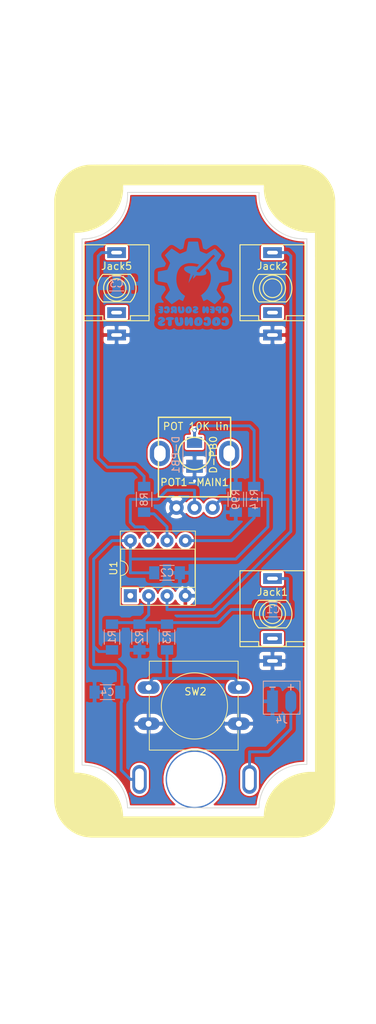
<source format=kicad_pcb>
(kicad_pcb (version 20171130) (host pcbnew 5.1.2-f72e74a~84~ubuntu16.04.1)
  (layers (0 F.Cu signal) (31 B.Cu signal) (34 B.Paste user) (35 F.Paste user) (36 B.SilkS user) (37 F.SilkS user) (38 B.Mask user) (39 F.Mask user) (44 Edge.Cuts user))
  (net 0 "")
  (net 1 AudioProg)
  (net 2 GND)
  (net 3 But-L)
  (net 4 PB2/A1)
  (net 5 PB1)
  (net 6 PB0)
  (net 7 +3V3)
  (net 8 CV1_IN)
  (net 9 "Net-(D-PB0-Pad2)")
  (net 10 "Net-(C1-Pad2)")
  (net 11 "Net-(C3-Pad1)")
  (net 12 VCC)
  (module 8Bit_YogyaNoise:NoiseBomb_logo (layer B.Cu) (at 63.5 80.645 180)
    (fp_text reference Ref** hide)
    (fp_text value Val** hide)
  )
  (module 8Bit_YogyaNoise:Push_SWITCH_hole (layer F.Cu) (at 63.5 135.255 270)
    (fp_text reference SW3)
    (fp_text value SW_Push)
    (pad "" thru_hole circle (at 0 0 270) (size 8 8) (drill 7.62) (layers *.Cu *.Mask) (clearance 0.01))
    (pad 2 thru_hole oval (at 0 7.62 270) (size 4 2) (drill oval 3 1.2) (layers *.Cu *.Mask) (net 12 VCC))
    (pad 1 thru_hole oval (at 0 -7.62 270) (size 4 2) (drill oval 3 1.2) (layers *.Cu *.Mask) (net 7 +3V3))
  )
  (module 8Bit_YogyaNoise:8Bit_YogyaNoise (layer F.Cu) (at 62.03 95.885)
    (fp_text reference board1 hide)
    (fp_text value SVG2SHENZHEN hide)
    (fp_line (start 17.028163 -35.405658) (end 17.028077 -35.405658) (layer Edge.Cuts) (width 0.1))
    (fp_line (start 17.028752 -35.407058) (end 17.028163 -35.405658) (layer Edge.Cuts) (width 0.1))
    (fp_line (start 17.028752 37.315745) (end 17.028752 -35.407058) (layer Edge.Cuts) (width 0.1))
    (fp_line (start 16.633736 37.296745) (end 17.028752 37.315745) (layer Edge.Cuts) (width 0.1))
    (fp_line (start 16.314758 37.304745) (end 16.633736 37.296745) (layer Edge.Cuts) (width 0.1))
    (fp_line (start 15.99992 37.328045) (end 16.314758 37.304745) (layer Edge.Cuts) (width 0.1))
    (fp_line (start 15.689604 37.366345) (end 15.99992 37.328045) (layer Edge.Cuts) (width 0.1))
    (fp_line (start 15.384199 37.419245) (end 15.689604 37.366345) (layer Edge.Cuts) (width 0.1))
    (fp_line (start 14.789666 37.567315) (end 15.384199 37.419245) (layer Edge.Cuts) (width 0.1))
    (fp_line (start 14.219416 37.769355) (end 14.789666 37.567315) (layer Edge.Cuts) (width 0.1))
    (fp_line (start 13.67654 38.022365) (end 14.219416 37.769355) (layer Edge.Cuts) (width 0.1))
    (fp_line (start 13.164134 38.323355) (end 13.67654 38.022365) (layer Edge.Cuts) (width 0.1))
    (fp_line (start 12.685287 38.669365) (end 13.164134 38.323355) (layer Edge.Cuts) (width 0.1))
    (fp_line (start 12.243098 39.057385) (end 12.685287 38.669365) (layer Edge.Cuts) (width 0.1))
    (fp_line (start 11.840655 39.484445) (end 12.243098 39.057385) (layer Edge.Cuts) (width 0.1))
    (fp_line (start 11.481053 39.947555) (end 11.840655 39.484445) (layer Edge.Cuts) (width 0.1))
    (fp_line (start 11.167387 40.443725) (end 11.481053 39.947555) (layer Edge.Cuts) (width 0.1))
    (fp_line (start 10.902748 40.969985) (end 11.167387 40.443725) (layer Edge.Cuts) (width 0.1))
    (fp_line (start 10.69023 41.523335) (end 10.902748 40.969985) (layer Edge.Cuts) (width 0.1))
    (fp_line (start 10.60448 41.809235) (end 10.69023 41.523335) (layer Edge.Cuts) (width 0.1))
    (fp_line (start 10.53292 42.100785) (end 10.60448 41.809235) (layer Edge.Cuts) (width 0.1))
    (fp_line (start 10.475939 42.397625) (end 10.53292 42.100785) (layer Edge.Cuts) (width 0.1))
    (fp_line (start 10.433919 42.699375) (end 10.475939 42.397625) (layer Edge.Cuts) (width 0.1))
    (fp_line (start 10.40725 43.005655) (end 10.433919 42.699375) (layer Edge.Cuts) (width 0.1))
    (fp_line (start 10.39632 43.316095) (end 10.40725 43.005655) (layer Edge.Cuts) (width 0.1))
    (fp_line (start -7.80346 43.316095) (end 10.39632 43.316095) (layer Edge.Cuts) (width 0.1))
    (fp_line (start -7.81951 43.009595) (end -7.80346 43.316095) (layer Edge.Cuts) (width 0.1))
    (fp_line (start -7.85087 42.707375) (end -7.81951 43.009595) (layer Edge.Cuts) (width 0.1))
    (fp_line (start -7.89716 42.409765) (end -7.85087 42.707375) (layer Edge.Cuts) (width 0.1))
    (fp_line (start -7.958001 42.117155) (end -7.89716 42.409765) (layer Edge.Cuts) (width 0.1))
    (fp_line (start -8.121819 41.548295) (end -7.958001 42.117155) (layer Edge.Cuts) (width 0.1))
    (fp_line (start -8.339316 41.003665) (end -8.121819 41.548295) (layer Edge.Cuts) (width 0.1))
    (fp_line (start -8.607474 40.486125) (end -8.339316 41.003665) (layer Edge.Cuts) (width 0.1))
    (fp_line (start -8.923277 39.998535) (end -8.607474 40.486125) (layer Edge.Cuts) (width 0.1))
    (fp_line (start -9.283704 39.543765) (end -8.923277 39.998535) (layer Edge.Cuts) (width 0.1))
    (fp_line (start -9.685743 39.124675) (end -9.283704 39.543765) (layer Edge.Cuts) (width 0.1))
    (fp_line (start -10.126375 38.744125) (end -9.685743 39.124675) (layer Edge.Cuts) (width 0.1))
    (fp_line (start -10.602581 38.404985) (end -10.126375 38.744125) (layer Edge.Cuts) (width 0.1))
    (fp_line (start -11.111346 38.110115) (end -10.602581 38.404985) (layer Edge.Cuts) (width 0.1))
    (fp_line (start -11.649652 37.862365) (end -11.111346 38.110115) (layer Edge.Cuts) (width 0.1))
    (fp_line (start -12.214484 37.664625) (end -11.649652 37.862365) (layer Edge.Cuts) (width 0.1))
    (fp_line (start -12.802822 37.519735) (end -12.214484 37.664625) (layer Edge.Cuts) (width 0.1))
    (fp_line (start -13.411649 37.430535) (end -12.802822 37.519735) (layer Edge.Cuts) (width 0.1))
    (fp_line (start -13.722804 37.407735) (end -13.411649 37.430535) (layer Edge.Cuts) (width 0.1))
    (fp_line (start -14.03795 37.399735) (end -13.722804 37.407735) (layer Edge.Cuts) (width 0.1))
    (fp_line (start -14.10622 37.402735) (end -14.03795 37.399735) (layer Edge.Cuts) (width 0.1))
    (fp_line (start -14.10622 -35.396149) (end -14.10622 37.402735) (layer Edge.Cuts) (width 0.1))
    (fp_line (start -14.03795 -35.392149) (end -14.10622 -35.396149) (layer Edge.Cuts) (width 0.1))
    (fp_line (start -13.716839 -35.400049) (end -14.03795 -35.392149) (layer Edge.Cuts) (width 0.1))
    (fp_line (start -13.399943 -35.423499) (end -13.716839 -35.400049) (layer Edge.Cuts) (width 0.1))
    (fp_line (start -13.087654 -35.462119) (end -13.399943 -35.423499) (layer Edge.Cuts) (width 0.1))
    (fp_line (start -12.780363 -35.515529) (end -13.087654 -35.462119) (layer Edge.Cuts) (width 0.1))
    (fp_line (start -12.478464 -35.583349) (end -12.780363 -35.515529) (layer Edge.Cuts) (width 0.1))
    (fp_line (start -12.182347 -35.665199) (end -12.478464 -35.583349) (layer Edge.Cuts) (width 0.1))
    (fp_line (start -11.609032 -35.869448) (end -12.182347 -35.665199) (layer Edge.Cuts) (width 0.1))
    (fp_line (start -11.063554 -36.125226) (end -11.609032 -35.869448) (layer Edge.Cuts) (width 0.1))
    (fp_line (start -10.54905 -36.429482) (end -11.063554 -36.125226) (layer Edge.Cuts) (width 0.1))
    (fp_line (start -10.068656 -36.779162) (end -10.54905 -36.429482) (layer Edge.Cuts) (width 0.1))
    (fp_line (start -9.625511 -37.171212) (end -10.068656 -36.779162) (layer Edge.Cuts) (width 0.1))
    (fp_line (start -9.222748 -37.60258) (end -9.625511 -37.171212) (layer Edge.Cuts) (width 0.1))
    (fp_line (start -8.863506 -38.070211) (end -9.222748 -37.60258) (layer Edge.Cuts) (width 0.1))
    (fp_line (start -8.550922 -38.571053) (end -8.863506 -38.070211) (layer Edge.Cuts) (width 0.1))
    (fp_line (start -8.288132 -39.102053) (end -8.550922 -38.571053) (layer Edge.Cuts) (width 0.1))
    (fp_line (start -8.176389 -39.377908) (end -8.288132 -39.102053) (layer Edge.Cuts) (width 0.1))
    (fp_line (start -8.078269 -39.660157) (end -8.176389 -39.377908) (layer Edge.Cuts) (width 0.1))
    (fp_line (start -7.994169 -39.948419) (end -8.078269 -39.660157) (layer Edge.Cuts) (width 0.1))
    (fp_line (start -7.92448 -40.242311) (end -7.994169 -39.948419) (layer Edge.Cuts) (width 0.1))
    (fp_line (start -7.86959 -40.541454) (end -7.92448 -40.242311) (layer Edge.Cuts) (width 0.1))
    (fp_line (start -7.82989 -40.845464) (end -7.86959 -40.541454) (layer Edge.Cuts) (width 0.1))
    (fp_line (start -7.805779 -41.15396) (end -7.82989 -40.845464) (layer Edge.Cuts) (width 0.1))
    (fp_line (start -7.797679 -41.46656) (end -7.805779 -41.15396) (layer Edge.Cuts) (width 0.1))
    (fp_line (start -7.810679 -41.81848) (end -7.797679 -41.46656) (layer Edge.Cuts) (width 0.1))
    (fp_line (start 10.411111 -41.81848) (end -7.810679 -41.81848) (layer Edge.Cuts) (width 0.1))
    (fp_line (start 10.39281 -41.46656) (end 10.411111 -41.81848) (layer Edge.Cuts) (width 0.1))
    (fp_line (start 10.40091 -41.153961) (end 10.39281 -41.46656) (layer Edge.Cuts) (width 0.1))
    (fp_line (start 10.42502 -40.845466) (end 10.40091 -41.153961) (layer Edge.Cuts) (width 0.1))
    (fp_line (start 10.464721 -40.541457) (end 10.42502 -40.845466) (layer Edge.Cuts) (width 0.1))
    (fp_line (start 10.519611 -40.242316) (end 10.464721 -40.541457) (layer Edge.Cuts) (width 0.1))
    (fp_line (start 10.589301 -39.948424) (end 10.519611 -40.242316) (layer Edge.Cuts) (width 0.1))
    (fp_line (start 10.673401 -39.660163) (end 10.589301 -39.948424) (layer Edge.Cuts) (width 0.1))
    (fp_line (start 10.77152 -39.377915) (end 10.673401 -39.660163) (layer Edge.Cuts) (width 0.1))
    (fp_line (start 10.883261 -39.102061) (end 10.77152 -39.377915) (layer Edge.Cuts) (width 0.1))
    (fp_line (start 11.14605 -38.571063) (end 10.883261 -39.102061) (layer Edge.Cuts) (width 0.1))
    (fp_line (start 11.458633 -38.070222) (end 11.14605 -38.571063) (layer Edge.Cuts) (width 0.1))
    (fp_line (start 11.817871 -37.602591) (end 11.458633 -38.070222) (layer Edge.Cuts) (width 0.1))
    (fp_line (start 12.220631 -37.171224) (end 11.817871 -37.602591) (layer Edge.Cuts) (width 0.1))
    (fp_line (start 12.663776 -36.779174) (end 12.220631 -37.171224) (layer Edge.Cuts) (width 0.1))
    (fp_line (start 13.144167 -36.429494) (end 12.663776 -36.779174) (layer Edge.Cuts) (width 0.1))
    (fp_line (start 13.658668 -36.125238) (end 13.144167 -36.429494) (layer Edge.Cuts) (width 0.1))
    (fp_line (start 14.204142 -35.869458) (end 13.658668 -36.125238) (layer Edge.Cuts) (width 0.1))
    (fp_line (start 14.777455 -35.665208) (end 14.204142 -35.869458) (layer Edge.Cuts) (width 0.1))
    (fp_line (start 15.07357 -35.583358) (end 14.777455 -35.665208) (layer Edge.Cuts) (width 0.1))
    (fp_line (start 15.375469 -35.515538) (end 15.07357 -35.583358) (layer Edge.Cuts) (width 0.1))
    (fp_line (start 15.682757 -35.462128) (end 15.375469 -35.515538) (layer Edge.Cuts) (width 0.1))
    (fp_line (start 15.995045 -35.423508) (end 15.682757 -35.462128) (layer Edge.Cuts) (width 0.1))
    (fp_line (start 16.311939 -35.400058) (end 15.995045 -35.423508) (layer Edge.Cuts) (width 0.1))
    (fp_line (start 16.63305 -35.392158) (end 16.311939 -35.400058) (layer Edge.Cuts) (width 0.1))
    (fp_line (start 17.028077 -35.405658) (end 16.63305 -35.392158) (layer Edge.Cuts) (width 0.1))
  )
  (module 8Bit_YogyaNoise:PJ301M-12_dusjagr_3d (layer F.Cu) (at 74.295 112.395)
    (fp_text reference Jack1 (at 0 -3.048) (layer F.SilkS))
    (fp_text value JACK_2P hide)
    (pad 3 thru_hole rect (at 0 6.48) (size 2.6 1.5) (drill oval 1.5 0.5) (layers *.Cu *.Mask) (net 2 GND))
    (pad 2 thru_hole rect (at 0 3.38) (size 2.6 1.5) (drill oval 1.5 0.5) (layers *.Cu *.Mask))
    (pad 1 thru_hole rect (at 0 -4.92) (size 2.6 1.5) (drill oval 1.5 0.5) (layers *.Cu *.Mask) (net 1 AudioProg))
  )
  (module 8Bit_YogyaNoise:PJ301M-12_dusjagr_3d (layer F.Cu) (at 74.295 67.31)
    (fp_text reference Jack2 (at 0 -3.048) (layer F.SilkS))
    (fp_text value JACK_2P hide)
    (pad 3 thru_hole rect (at 0 6.48) (size 2.6 1.5) (drill oval 1.5 0.5) (layers *.Cu *.Mask) (net 2 GND))
    (pad 2 thru_hole rect (at 0 3.38) (size 2.6 1.5) (drill oval 1.5 0.5) (layers *.Cu *.Mask))
    (pad 1 thru_hole rect (at 0 -4.92) (size 2.6 1.5) (drill oval 1.5 0.5) (layers *.Cu *.Mask) (net 8 CV1_IN))
  )
  (module 8Bit_YogyaNoise:PJ301M-12_dusjagr_3d (layer F.Cu) (at 52.705 67.31)
    (fp_text reference Jack5 (at 0 -3.048) (layer F.SilkS))
    (fp_text value JACK_2P hide)
    (pad 3 thru_hole rect (at 0 6.48) (size 2.6 1.5) (drill oval 1.5 0.5) (layers *.Cu *.Mask) (net 2 GND))
    (pad 2 thru_hole rect (at 0 3.38) (size 2.6 1.5) (drill oval 1.5 0.5) (layers *.Cu *.Mask))
    (pad 1 thru_hole rect (at 0 -4.92) (size 2.6 1.5) (drill oval 1.5 0.5) (layers *.Cu *.Mask) (net 11 "Net-(C3-Pad1)"))
  )
  (module 8Bit_YogyaNoise:C_1206_3d (layer B.Cu) (at 74.39 111.76 180)
    (fp_text reference C1 (at 0 0) (layer B.SilkS) (effects (justify mirror)))
    (fp_text value 100nF)
    (pad 2 smd rect (at 1.778 0 180) (size 1.4 1.8) (layers B.Cu B.Paste B.Mask) (net 10 "Net-(C1-Pad2)"))
    (pad 1 smd rect (at -1.778 0 180) (size 1.4 1.8) (layers B.Cu B.Paste B.Mask) (net 1 AudioProg))
  )
  (module 8Bit_YogyaNoise:C_1206_3d (layer B.Cu) (at 59.69 106.68)
    (fp_text reference C2 (at 0 0) (layer B.SilkS) (effects (justify mirror)))
    (fp_text value 100nF)
    (pad 2 smd rect (at 1.778 0) (size 1.4 1.8) (layers B.Cu B.Paste B.Mask) (net 2 GND))
    (pad 1 smd rect (at -1.778 0) (size 1.4 1.8) (layers B.Cu B.Paste B.Mask) (net 12 VCC))
  )
  (module 8Bit_YogyaNoise:C_1206_3d (layer B.Cu) (at 52.705 66.675)
    (fp_text reference C3 (at 0 0) (layer B.SilkS) (effects (justify mirror)))
    (fp_text value 100nF)
    (pad 2 smd rect (at 1.778 0) (size 1.4 1.8) (layers B.Cu B.Paste B.Mask) (net 2 GND))
    (pad 1 smd rect (at -1.778 0) (size 1.4 1.8) (layers B.Cu B.Paste B.Mask) (net 11 "Net-(C3-Pad1)"))
  )
  (module 8Bit_YogyaNoise:C_1206_3d (layer B.Cu) (at 51.435 123.19 180)
    (fp_text reference C4 (at 0 0) (layer B.SilkS) (effects (justify mirror)))
    (fp_text value 10uF)
    (pad 2 smd rect (at 1.778 0 180) (size 1.4 1.8) (layers B.Cu B.Paste B.Mask) (net 2 GND))
    (pad 1 smd rect (at -1.778 0 180) (size 1.4 1.8) (layers B.Cu B.Paste B.Mask) (net 12 VCC))
  )
  (module 8Bit_YogyaNoise:R_1206_3d (layer B.Cu) (at 52.07 115.57 90)
    (fp_text reference R1 (at 0 0 90) (layer B.SilkS) (effects (justify mirror)))
    (fp_text value 22k)
    (pad 2 smd rect (at 1.778 0 90) (size 1.3 1.7) (layers B.Cu B.Paste B.Mask) (net 10 "Net-(C1-Pad2)"))
    (pad 1 smd rect (at -1.778 0 90) (size 1.3 1.7) (layers B.Cu B.Paste B.Mask) (net 12 VCC))
  )
  (module 8Bit_YogyaNoise:R_1206_3d (layer B.Cu) (at 55.88 115.57 270)
    (fp_text reference R2 (at 0 0 90) (layer B.SilkS) (effects (justify mirror)))
    (fp_text value 22k)
    (pad 2 smd rect (at 1.778 0 270) (size 1.3 1.7) (layers B.Cu B.Paste B.Mask) (net 2 GND))
    (pad 1 smd rect (at -1.778 0 270) (size 1.3 1.7) (layers B.Cu B.Paste B.Mask) (net 10 "Net-(C1-Pad2)"))
  )
  (module 8Bit_YogyaNoise:R_1206_3d (layer B.Cu) (at 59.69 115.57 270)
    (fp_text reference R3 (at 0 0 90) (layer B.SilkS) (effects (justify mirror)))
    (fp_text value 22k)
    (pad 2 smd rect (at 1.778 0 270) (size 1.3 1.7) (layers B.Cu B.Paste B.Mask) (net 3 But-L))
    (pad 1 smd rect (at -1.778 0 270) (size 1.3 1.7) (layers B.Cu B.Paste B.Mask) (net 10 "Net-(C1-Pad2)"))
  )
  (module 8Bit_YogyaNoise:R_1206_3d (layer B.Cu) (at 56.515 96.52 270)
    (fp_text reference R8 (at 0 0 90) (layer B.SilkS) (effects (justify mirror)))
    (fp_text value 330)
    (pad 2 smd rect (at 1.778 0 270) (size 1.3 1.7) (layers B.Cu B.Paste B.Mask) (net 5 PB1))
    (pad 1 smd rect (at -1.778 0 270) (size 1.3 1.7) (layers B.Cu B.Paste B.Mask) (net 11 "Net-(C3-Pad1)"))
  )
  (module 8Bit_YogyaNoise:R_1206_3d (layer B.Cu) (at 71.755 96.52 90)
    (fp_text reference R14 (at 0 0 90) (layer B.SilkS) (effects (justify mirror)))
    (fp_text value 1K)
    (pad 2 smd rect (at 1.778 0 90) (size 1.3 1.7) (layers B.Cu B.Paste B.Mask) (net 9 "Net-(D-PB0-Pad2)"))
    (pad 1 smd rect (at -1.778 0 90) (size 1.3 1.7) (layers B.Cu B.Paste B.Mask) (net 6 PB0))
  )
  (module 8Bit_YogyaNoise:SW_PUSH-12mm_3D_new (layer F.Cu) (at 63.5 125.095)
    (fp_text reference SW2 (at 0.127 -1.9812) (layer F.SilkS))
    (fp_text value SW_Push)
    (pad 2 thru_hole oval (at -6.3627 2.46) (size 3.048 1.7272) (drill 0.8128) (layers *.Cu *.Mask) (net 2 GND))
    (pad 1 thru_hole oval (at -6.3627 -2.54) (size 3.048 1.7272) (drill 0.8128) (layers *.Cu *.Mask) (net 3 But-L))
    (pad 2 thru_hole oval (at 6.1373 2.46) (size 3.048 1.7272) (drill 0.8128) (layers *.Cu *.Mask) (net 2 GND))
    (pad 1 thru_hole oval (at 6.1373 -2.54) (size 3.048 1.7272) (drill 0.8128) (layers *.Cu *.Mask) (net 3 But-L))
  )
  (module 8Bit_YogyaNoise:LED_PLCC_2835_Handsoldering (layer F.Cu) (at 63.5 90.17 90)
    (fp_text reference D-PB0 (at -0.18 2.6 270) (layer F.SilkS))
    (fp_text value LED)
    (pad 1 smd rect (at -1.778 0 270) (size 1.8 2.3) (layers F.Cu F.Paste F.Mask) (net 2 GND))
    (pad 2 smd rect (at 1.524 0 270) (size 1.5 2.1) (layers F.Cu F.Paste F.Mask) (net 9 "Net-(D-PB0-Pad2)"))
  )
  (module 8Bit_YogyaNoise:Bat_connector_SMD (layer B.Cu) (at 74.295 124.46)
    (fp_text reference J4 (at 1.27 2.54) (layer B.SilkS) (effects (justify mirror)))
    (fp_text value Con_3-5V)
    (fp_text user + (at 2.54 -2.032) (layer B.SilkS) (effects (justify mirror)))
    (fp_text user - (at 0 -2.032) (layer B.SilkS) (effects (justify mirror)))
    (pad 1 smd rect (at 0 0) (size 1.51 3.01) (layers B.Cu B.Paste B.Mask) (net 2 GND))
    (pad 2 smd oval (at 2.54 0) (size 1.51 3.01) (layers B.Cu B.Paste B.Mask) (net 7 +3V3))
  )
  (module 8Bit_YogyaNoise:RD901F-ALPHA-3D (layer F.Cu) (at 63.5 90.17)
    (fp_text reference POT1-MAIN1 (at 0 4) (layer F.SilkS))
    (fp_text value "POT 10K lin" (at 0.2015 -3.748) (layer F.SilkS))
    (pad "" thru_hole oval (at 4.8 0) (size 2.8 3.5) (drill oval 1.6 2.2) (layers *.Cu *.Mask))
    (pad "" thru_hole oval (at -4.8 0) (size 2.8 3.5) (drill oval 1.6 2.2) (layers *.Cu *.Mask))
    (pad 3 thru_hole circle (at 2.5 7.5) (size 2 2) (drill 1) (layers *.Cu *.Mask) (net 12 VCC))
    (pad 2 thru_hole circle (at 0 7.5) (size 2 2) (drill 1) (layers *.Cu *.Mask) (net 4 PB2/A1))
    (pad 1 thru_hole circle (at -2.5 7.5) (size 2 2) (drill 1) (layers *.Cu *.Mask) (net 2 GND))
  )
  (module 8Bit_YogyaNoise:DIP-8_Attiny_with_Socket_3d (layer F.Cu) (at 54.61 109.855 90)
    (fp_text reference U1 (at 3.81 -2.33 90) (layer F.SilkS))
    (fp_text value ATTINY85-20SU)
    (pad 1 thru_hole rect (at 0 0 90) (size 1.8 1.8) (drill 0.8) (layers *.Cu *.Mask))
    (pad 5 thru_hole oval (at 7.62 7.62 90) (size 1.8 1.8) (drill 0.8) (layers *.Cu *.Mask) (net 6 PB0))
    (pad 2 thru_hole oval (at 0 2.54 90) (size 1.8 1.8) (drill 0.8) (layers *.Cu *.Mask) (net 10 "Net-(C1-Pad2)"))
    (pad 6 thru_hole oval (at 7.62 5.08 90) (size 1.8 1.8) (drill 0.8) (layers *.Cu *.Mask) (net 5 PB1))
    (pad 3 thru_hole oval (at 0 5.08 90) (size 1.8 1.8) (drill 0.8) (layers *.Cu *.Mask) (net 8 CV1_IN))
    (pad 7 thru_hole oval (at 7.62 2.54 90) (size 1.8 1.8) (drill 0.8) (layers *.Cu *.Mask) (net 4 PB2/A1))
    (pad 4 thru_hole oval (at 0 7.62 90) (size 1.8 1.8) (drill 0.8) (layers *.Cu *.Mask) (net 2 GND))
    (pad 8 thru_hole oval (at 7.62 0 90) (size 1.8 1.8) (drill 0.8) (layers *.Cu *.Mask) (net 12 VCC))
  )
  (module 8Bit_YogyaNoise:LED_PLCC_2835_Handsoldering (layer B.Cu) (at 63.5 90.17 90)
    (fp_text reference D-PB1 (at -0.18 -2.6 -90) (layer B.SilkS) (effects (justify mirror)))
    (fp_text value LED)
    (pad 1 smd rect (at -1.778 0 270) (size 1.8 2.3) (layers B.Cu B.Paste B.Mask) (net 2 GND))
    (pad 2 smd rect (at 1.524 0 270) (size 1.5 2.1) (layers B.Cu B.Paste B.Mask) (net 9 "Net-(D-PB0-Pad2)"))
  )
  (module 8Bit_YogyaNoise:Coconut_logo (layer B.Cu) (at 63.5 66.675 180)
    (fp_text reference logo1 hide)
    (fp_text value COCONUT hide)
    (fp_poly (pts (xy -2.982066 -4.627408) (xy -2.903628 -4.641946) (xy -2.806142 -4.675214) (xy -2.715669 -4.721059) (xy -2.637013 -4.776203) (xy -2.57498 -4.83737) (xy -2.539678 -4.890131) (xy -2.496733 -4.985502) (xy -2.461483 -5.086078) (xy -2.435462 -5.185703) (xy -2.420206 -5.278218) (xy -2.417249 -5.35747) (xy -2.4187 -5.375278) (xy -2.431618 -5.451164) (xy -2.452295 -5.529048) (xy -2.478211 -5.601593) (xy -2.50684 -5.661462) (xy -2.527911 -5.692835) (xy -2.603975 -5.765175) (xy -2.696612 -5.81917) (xy -2.804327 -5.85433) (xy -2.925627 -5.870163) (xy -3.056229 -5.866457) (xy -3.182555 -5.842946) (xy -3.294272 -5.799943) (xy -3.390392 -5.739399) (xy -3.469924 -5.663263) (xy -3.531878 -5.573484) (xy -3.575265 -5.472011) (xy -3.599096 -5.360796) (xy -3.601428 -5.276227) (xy -3.096253 -5.276227) (xy -3.095773 -5.348474) (xy -3.083714 -5.408474) (xy -3.08094 -5.41566) (xy -3.054579 -5.457135) (xy -3.020692 -5.481019) (xy -2.984678 -5.485828) (xy -2.951939 -5.470081) (xy -2.938881 -5.454646) (xy -2.922412 -5.412828) (xy -2.913337 -5.353841) (xy -2.911455 -5.284758) (xy -2.916566 -5.212649) (xy -2.92847 -5.144585) (xy -2.946966 -5.087636) (xy -2.949428 -5.082285) (xy -2.973247 -5.052674) (xy -3.002169 -5.04504) (xy -3.030216 -5.060152) (xy -3.03863 -5.070822) (xy -3.066641 -5.128921) (xy -3.086195 -5.200216) (xy -3.096253 -5.276227) (xy -3.601428 -5.276227) (xy -3.602379 -5.241786) (xy -3.584127 -5.116931) (xy -3.543347 -4.988181) (xy -3.524398 -4.944347) (xy -3.464615 -4.842595) (xy -3.388927 -4.75863) (xy -3.300082 -4.693791) (xy -3.200826 -4.649416) (xy -3.093905 -4.626842) (xy -2.982066 -4.627408)) (layer B.Cu) (width 0.01))
    (fp_poly (pts (xy -0.445712 -4.636839) (xy -0.328408 -4.673331) (xy -0.211513 -4.734542) (xy -0.194649 -4.745467) (xy -0.139231 -4.789507) (xy -0.092411 -4.843965) (xy -0.051467 -4.913072) (xy -0.013674 -5.001057) (xy 0.006274 -5.057582) (xy 0.040262 -5.175483) (xy 0.057882 -5.280233) (xy 0.059177 -5.378069) (xy 0.044188 -5.47523) (xy 0.012957 -5.577951) (xy 0.009835 -5.586391) (xy -0.035718 -5.673425) (xy -0.100744 -5.745764) (xy -0.183406 -5.802536) (xy -0.281869 -5.842866) (xy -0.394296 -5.865884) (xy -0.518852 -5.870717) (xy -0.579886 -5.866577) (xy -0.706694 -5.842574) (xy -0.819408 -5.798407) (xy -0.9166 -5.735891) (xy -0.996837 -5.65684) (xy -1.05869 -5.563068) (xy -1.100729 -5.456391) (xy -1.121522 -5.338622) (xy -1.121044 -5.306343) (xy -0.615716 -5.306343) (xy -0.612169 -5.366001) (xy -0.602906 -5.414377) (xy -0.592569 -5.438031) (xy -0.558619 -5.471925) (xy -0.519898 -5.484787) (xy -0.482022 -5.475686) (xy -0.462344 -5.459636) (xy -0.451258 -5.443823) (xy -0.444108 -5.422262) (xy -0.440088 -5.389556) (xy -0.43839 -5.340312) (xy -0.43815 -5.297711) (xy -0.441772 -5.207407) (xy -0.451988 -5.135619) (xy -0.467829 -5.083355) (xy -0.488323 -5.051625) (xy -0.512499 -5.041437) (xy -0.539387 -5.053802) (xy -0.568016 -5.089727) (xy -0.592169 -5.137614) (xy -0.605706 -5.184357) (xy -0.613559 -5.243198) (xy -0.615716 -5.306343) (xy -1.121044 -5.306343) (xy -1.11964 -5.211577) (xy -1.116505 -5.185853) (xy -1.088694 -5.055845) (xy -1.044036 -4.939418) (xy -0.983918 -4.838736) (xy -0.909726 -4.755964) (xy -0.822844 -4.693263) (xy -0.790428 -4.676795) (xy -0.677687 -4.63846) (xy -0.56246 -4.625179) (xy -0.445712 -4.636839)) (layer B.Cu) (width 0.01))
    (fp_poly (pts (xy 2.520979 -4.623205) (xy 2.580478 -4.642533) (xy 2.632786 -4.676618) (xy 2.682644 -4.722098) (xy 2.720561 -4.769985) (xy 2.727078 -4.781312) (xy 2.736623 -4.814365) (xy 2.742933 -4.867289) (xy 2.746029 -4.934767) (xy 2.745932 -5.011479) (xy 2.742662 -5.092105) (xy 2.736239 -5.171328) (xy 2.726683 -5.243828) (xy 2.725278 -5.252104) (xy 2.706272 -5.341412) (xy 2.680325 -5.436216) (xy 2.650224 -5.52764) (xy 2.618757 -5.606805) (xy 2.604475 -5.636887) (xy 2.552143 -5.715803) (xy 2.482554 -5.786281) (xy 2.410312 -5.836461) (xy 2.381102 -5.851808) (xy 2.354985 -5.862339) (xy 2.326052 -5.869071) (xy 2.288393 -5.87302) (xy 2.236097 -5.875202) (xy 2.17805 -5.876386) (xy 2.072477 -5.87574) (xy 1.99032 -5.869752) (xy 1.938566 -5.860576) (xy 1.824206 -5.821123) (xy 1.727639 -5.764893) (xy 1.649864 -5.692845) (xy 1.591879 -5.605936) (xy 1.554685 -5.505123) (xy 1.550979 -5.488949) (xy 1.54017 -5.410784) (xy 1.535927 -5.315388) (xy 1.537775 -5.209938) (xy 1.545242 -5.10161) (xy 1.557853 -4.997579) (xy 1.575134 -4.905019) (xy 1.593921 -4.838497) (xy 1.630937 -4.767802) (xy 1.683868 -4.712945) (xy 1.748295 -4.675205) (xy 1.819799 -4.655862) (xy 1.893961 -4.656195) (xy 1.966363 -4.677484) (xy 2.0243 -4.713897) (xy 2.051779 -4.7391) (xy 2.065318 -4.762542) (xy 2.069735 -4.795128) (xy 2.07003 -4.817399) (xy 2.0675 -4.855413) (xy 2.060653 -4.910934) (xy 2.050521 -4.976638) (xy 2.038134 -5.045201) (xy 2.037537 -5.04825) (xy 2.024895 -5.117967) (xy 2.01433 -5.186329) (xy 2.006933 -5.245558) (xy 2.003799 -5.287877) (xy 2.003789 -5.288427) (xy 2.004393 -5.33263) (xy 2.010032 -5.360405) (xy 2.023519 -5.380624) (xy 2.03699 -5.393202) (xy 2.082575 -5.418097) (xy 2.130847 -5.419794) (xy 2.168946 -5.403079) (xy 2.19711 -5.377764) (xy 2.216429 -5.344978) (xy 2.228281 -5.300022) (xy 2.234044 -5.238197) (xy 2.2352 -5.177142) (xy 2.237501 -5.108036) (xy 2.243831 -5.030113) (xy 2.253326 -4.949154) (xy 2.265121 -4.870939) (xy 2.278356 -4.801247) (xy 2.292165 -4.745858) (xy 2.30458 -4.712607) (xy 2.341215 -4.66763) (xy 2.393699 -4.636669) (xy 2.455724 -4.621327) (xy 2.520979 -4.623205)) (layer B.Cu) (width 0.01))
    (fp_poly (pts (xy 3.4544 -4.626497) (xy 3.536641 -4.629895) (xy 3.600028 -4.634292) (xy 3.651103 -4.64057) (xy 3.696411 -4.649608) (xy 3.742497 -4.662287) (xy 3.7592 -4.667486) (xy 3.830021 -4.691002) (xy 3.880865 -4.710918) (xy 3.916395 -4.729788) (xy 3.941277 -4.750165) (xy 3.960176 -4.774603) (xy 3.962914 -4.778991) (xy 3.979601 -4.822287) (xy 3.987324 -4.875941) (xy 3.985414 -4.928669) (xy 3.974077 -4.96761) (xy 3.95356 -4.990644) (xy 3.9172 -5.009657) (xy 3.861982 -5.02575) (xy 3.784892 -5.040025) (xy 3.769536 -5.04233) (xy 3.718279 -5.05051) (xy 3.676265 -5.058493) (xy 3.650155 -5.064963) (xy 3.645706 -5.066801) (xy 3.641754 -5.081065) (xy 3.642605 -5.116719) (xy 3.648347 -5.17479) (xy 3.659063 -5.2563) (xy 3.664903 -5.296652) (xy 3.676956 -5.380738) (xy 3.685051 -5.445076) (xy 3.689503 -5.494957) (xy 3.690628 -5.535671) (xy 3.688741 -5.572508) (xy 3.684156 -5.610758) (xy 3.683775 -5.6134) (xy 3.664502 -5.701416) (xy 3.635252 -5.774527) (xy 3.597845 -5.828701) (xy 3.578673 -5.845949) (xy 3.537039 -5.86478) (xy 3.478995 -5.874677) (xy 3.412161 -5.874927) (xy 3.353886 -5.866971) (xy 3.278287 -5.841461) (xy 3.221031 -5.79959) (xy 3.181288 -5.740283) (xy 3.158226 -5.662464) (xy 3.152007 -5.605657) (xy 3.151249 -5.564563) (xy 3.152208 -5.506713) (xy 3.154589 -5.43735) (xy 3.158092 -5.361717) (xy 3.162422 -5.285058) (xy 3.167282 -5.212615) (xy 3.172373 -5.149633) (xy 3.177399 -5.101354) (xy 3.182062 -5.073021) (xy 3.18223 -5.072402) (xy 3.18414 -5.058104) (xy 3.17664 -5.049192) (xy 3.154706 -5.043445) (xy 3.113313 -5.038638) (xy 3.103889 -5.037746) (xy 3.025587 -5.023567) (xy 2.9564 -4.997906) (xy 2.902377 -4.963432) (xy 2.878988 -4.938575) (xy 2.86203 -4.904241) (xy 2.850068 -4.860525) (xy 2.848393 -4.849091) (xy 2.852433 -4.794491) (xy 2.878588 -4.748731) (xy 2.92782 -4.710632) (xy 2.981852 -4.685854) (xy 3.067619 -4.657973) (xy 3.155681 -4.639007) (xy 3.252054 -4.6282) (xy 3.36275 -4.624797) (xy 3.4544 -4.626497)) (layer B.Cu) (width 0.01))
    (fp_poly (pts (xy 4.655666 -4.600936) (xy 4.738815 -4.609606) (xy 4.808812 -4.626087) (xy 4.810818 -4.626773) (xy 4.871973 -4.654257) (xy 4.928798 -4.691146) (xy 4.977359 -4.733523) (xy 5.013721 -4.777473) (xy 5.033949 -4.819077) (xy 5.035368 -4.850296) (xy 5.015234 -4.894159) (xy 4.980579 -4.938541) (xy 4.939406 -4.974614) (xy 4.907333 -4.991501) (xy 4.858018 -5.000006) (xy 4.808824 -4.995747) (xy 4.765993 -4.980884) (xy 4.73577 -4.95758) (xy 4.7244 -4.928171) (xy 4.713366 -4.89743) (xy 4.683259 -4.879713) (xy 4.659267 -4.8768) (xy 4.618708 -4.886884) (xy 4.593257 -4.913224) (xy 4.585546 -4.94995) (xy 4.598209 -4.991193) (xy 4.60392 -5.000189) (xy 4.62205 -5.016711) (xy 4.657589 -5.041901) (xy 4.705549 -5.072444) (xy 4.760942 -5.105026) (xy 4.765845 -5.10779) (xy 4.861197 -5.166289) (xy 4.942747 -5.226313) (xy 5.007906 -5.285511) (xy 5.054086 -5.341532) (xy 5.078655 -5.391875) (xy 5.090648 -5.46006) (xy 5.091759 -5.531603) (xy 5.082405 -5.596864) (xy 5.068048 -5.637333) (xy 5.019972 -5.70406) (xy 4.947884 -5.76303) (xy 4.852002 -5.814095) (xy 4.745287 -5.853253) (xy 4.635887 -5.875016) (xy 4.516042 -5.877182) (xy 4.3942 -5.860204) (xy 4.318232 -5.838918) (xy 4.247362 -5.810196) (xy 4.187277 -5.776965) (xy 4.143665 -5.742151) (xy 4.128974 -5.723735) (xy 4.099802 -5.661996) (xy 4.088148 -5.602831) (xy 4.093713 -5.550708) (xy 4.116197 -5.510098) (xy 4.144674 -5.489565) (xy 4.164626 -5.483145) (xy 4.18764 -5.483297) (xy 4.220048 -5.491069) (xy 4.268186 -5.507511) (xy 4.280709 -5.512098) (xy 4.363764 -5.538342) (xy 4.428632 -5.548782) (xy 4.476937 -5.543508) (xy 4.508211 -5.524788) (xy 4.524417 -5.500554) (xy 4.526423 -5.481693) (xy 4.513061 -5.469145) (xy 4.481631 -5.448) (xy 4.436729 -5.421135) (xy 4.382947 -5.39143) (xy 4.378991 -5.38933) (xy 4.297259 -5.343091) (xy 4.235003 -5.299896) (xy 4.187441 -5.255257) (xy 4.149791 -5.204686) (xy 4.117279 -5.14371) (xy 4.091587 -5.065444) (xy 4.083872 -4.984338) (xy 4.094386 -4.908234) (xy 4.108464 -4.87045) (xy 4.154935 -4.800399) (xy 4.221788 -4.735889) (xy 4.304104 -4.680258) (xy 4.39696 -4.636844) (xy 4.493288 -4.609398) (xy 4.57021 -4.600669) (xy 4.655666 -4.600936)) (layer B.Cu) (width 0.01))
    (fp_poly (pts (xy -4.110767 -4.611552) (xy -4.035122 -4.629322) (xy -4.022315 -4.634012) (xy -3.926478 -4.683167) (xy -3.847053 -4.747404) (xy -3.804643 -4.797966) (xy -3.773048 -4.861801) (xy -3.764026 -4.926502) (xy -3.775451 -4.987916) (xy -3.8052 -5.041891) (xy -3.851151 -5.084275) (xy -3.911178 -5.110914) (xy -3.968351 -5.1181) (xy -4.037141 -5.109194) (xy -4.102134 -5.084861) (xy -4.156481 -5.048672) (xy -4.193331 -5.004201) (xy -4.195763 -4.999491) (xy -4.212528 -4.970622) (xy -4.226359 -4.960205) (xy -4.237754 -4.969503) (xy -4.247214 -4.999776) (xy -4.25524 -5.052288) (xy -4.26233 -5.128299) (xy -4.265716 -5.176047) (xy -4.270927 -5.278495) (xy -4.271199 -5.357826) (xy -4.266107 -5.415916) (xy -4.255225 -5.454644) (xy -4.23813 -5.475886) (xy -4.214397 -5.481521) (xy -4.19735 -5.478356) (xy -4.17564 -5.468419) (xy -4.139075 -5.448158) (xy -4.094035 -5.421184) (xy -4.072809 -5.407885) (xy -4.024055 -5.378078) (xy -3.97889 -5.352517) (xy -3.944643 -5.335277) (xy -3.935635 -5.33162) (xy -3.88776 -5.326173) (xy -3.833346 -5.336501) (xy -3.783033 -5.35967) (xy -3.756925 -5.380906) (xy -3.741513 -5.400692) (xy -3.732587 -5.423978) (xy -3.72848 -5.458071) (xy -3.727521 -5.509682) (xy -3.735639 -5.600773) (xy -3.761081 -5.675855) (xy -3.805693 -5.737475) (xy -3.871325 -5.788179) (xy -3.959822 -5.830512) (xy -3.960561 -5.830798) (xy -4.024015 -5.848261) (xy -4.103519 -5.859758) (xy -4.19077 -5.865052) (xy -4.277469 -5.863905) (xy -4.355312 -5.85608) (xy -4.409386 -5.84365) (xy -4.507885 -5.798152) (xy -4.594806 -5.731999) (xy -4.667514 -5.648309) (xy -4.723376 -5.550201) (xy -4.75976 -5.440793) (xy -4.763144 -5.424781) (xy -4.771845 -5.347383) (xy -4.771919 -5.253659) (xy -4.763727 -5.151042) (xy -4.747626 -5.046964) (xy -4.744032 -5.0292) (xy -4.708967 -4.910219) (xy -4.657867 -4.808998) (xy -4.591556 -4.726643) (xy -4.510858 -4.664264) (xy -4.450708 -4.634806) (xy -4.378149 -4.614876) (xy -4.291296 -4.604346) (xy -4.199164 -4.603232) (xy -4.110767 -4.611552)) (layer B.Cu) (width 0.01))
    (fp_poly (pts (xy -1.695048 -4.602759) (xy -1.597711 -4.620267) (xy -1.508121 -4.65189) (xy -1.429358 -4.695664) (xy -1.364503 -4.749626) (xy -1.316638 -4.811814) (xy -1.288842 -4.880264) (xy -1.282979 -4.928896) (xy -1.294293 -4.982905) (xy -1.326102 -5.036427) (xy -1.374255 -5.08283) (xy -1.383306 -5.089222) (xy -1.438622 -5.112352) (xy -1.503129 -5.117576) (xy -1.570166 -5.106701) (xy -1.633075 -5.081533) (xy -1.685195 -5.043879) (xy -1.718615 -4.998263) (xy -1.73424 -4.968677) (xy -1.745743 -4.959106) (xy -1.758161 -4.965873) (xy -1.760229 -4.967886) (xy -1.767487 -4.981223) (xy -1.773329 -5.007108) (xy -1.778075 -5.048565) (xy -1.782048 -5.108621) (xy -1.785569 -5.190304) (xy -1.786406 -5.214143) (xy -1.789024 -5.295583) (xy -1.790356 -5.355458) (xy -1.790135 -5.397586) (xy -1.788092 -5.425782) (xy -1.783958 -5.443861) (xy -1.777466 -5.455639) (xy -1.768792 -5.464535) (xy -1.750363 -5.476208) (xy -1.72833 -5.478453) (xy -1.698893 -5.469961) (xy -1.658255 -5.449419) (xy -1.602615 -5.415516) (xy -1.5748 -5.397591) (xy -1.527835 -5.368514) (xy -1.485077 -5.344654) (xy -1.453609 -5.329875) (xy -1.446331 -5.327503) (xy -1.394387 -5.32614) (xy -1.339063 -5.342408) (xy -1.290788 -5.37262) (xy -1.275804 -5.387765) (xy -1.258342 -5.410551) (xy -1.248679 -5.432084) (xy -1.245172 -5.460239) (xy -1.246178 -5.50289) (xy -1.247373 -5.524051) (xy -1.261855 -5.618306) (xy -1.293957 -5.695063) (xy -1.34526 -5.756413) (xy -1.417342 -5.804447) (xy -1.478881 -5.830517) (xy -1.533395 -5.844664) (xy -1.603038 -5.855295) (xy -1.680589 -5.862079) (xy -1.758829 -5.864686) (xy -1.830538 -5.862783) (xy -1.888498 -5.856042) (xy -1.91135 -5.850335) (xy -2.018977 -5.801841) (xy -2.111678 -5.733766) (xy -2.187595 -5.648311) (xy -2.24487 -5.547678) (xy -2.281644 -5.434066) (xy -2.287175 -5.405332) (xy -2.295517 -5.299341) (xy -2.28818 -5.174574) (xy -2.265233 -5.032185) (xy -2.264834 -5.030234) (xy -2.230255 -4.909569) (xy -2.179963 -4.808845) (xy -2.113841 -4.727955) (xy -2.031774 -4.666793) (xy -1.933646 -4.625253) (xy -1.81934 -4.603228) (xy -1.79705 -4.601328) (xy -1.695048 -4.602759)) (layer B.Cu) (width 0.01))
    (fp_poly (pts (xy 1.184668 -4.630198) (xy 1.248771 -4.653467) (xy 1.298016 -4.694215) (xy 1.329089 -4.741061) (xy 1.343412 -4.782186) (xy 1.355886 -4.844215) (xy 1.366323 -4.922706) (xy 1.374536 -5.013218) (xy 1.380337 -5.11131) (xy 1.383539 -5.212538) (xy 1.383955 -5.312463) (xy 1.381396 -5.406642) (xy 1.375676 -5.490634) (xy 1.366608 -5.559996) (xy 1.364184 -5.57266) (xy 1.339596 -5.662239) (xy 1.306358 -5.737943) (xy 1.266645 -5.795467) (xy 1.238897 -5.820709) (xy 1.215261 -5.834694) (xy 1.18791 -5.843088) (xy 1.149771 -5.847202) (xy 1.093773 -5.848347) (xy 1.08973 -5.84835) (xy 1.036167 -5.847936) (xy 1.000925 -5.845365) (xy 0.976928 -5.838644) (xy 0.957098 -5.82578) (xy 0.934357 -5.804779) (xy 0.934078 -5.804508) (xy 0.892925 -5.756343) (xy 0.845956 -5.686755) (xy 0.7949 -5.598575) (xy 0.741485 -5.494635) (xy 0.728769 -5.468211) (xy 0.705066 -5.420347) (xy 0.689367 -5.393056) (xy 0.682344 -5.38738) (xy 0.683085 -5.3975) (xy 0.686939 -5.429132) (xy 0.689979 -5.478311) (xy 0.691804 -5.537185) (xy 0.69215 -5.5753) (xy 0.691228 -5.640815) (xy 0.687837 -5.687619) (xy 0.681032 -5.722351) (xy 0.669872 -5.751654) (xy 0.666014 -5.75945) (xy 0.626905 -5.809365) (xy 0.571801 -5.844702) (xy 0.506764 -5.86348) (xy 0.437856 -5.863715) (xy 0.38735 -5.850558) (xy 0.335095 -5.826826) (xy 0.299149 -5.800514) (xy 0.270804 -5.764632) (xy 0.261746 -5.749691) (xy 0.242373 -5.711442) (xy 0.227447 -5.669348) (xy 0.216584 -5.619946) (xy 0.209396 -5.55977) (xy 0.205499 -5.485357) (xy 0.204505 -5.393242) (xy 0.206029 -5.279962) (xy 0.206597 -5.254692) (xy 0.210732 -5.1288) (xy 0.217258 -5.02537) (xy 0.227145 -4.941501) (xy 0.241361 -4.874295) (xy 0.260875 -4.820851) (xy 0.286657 -4.778271) (xy 0.319674 -4.743656) (xy 0.360895 -4.714105) (xy 0.393341 -4.695825) (xy 0.469518 -4.667049) (xy 0.545541 -4.658649) (xy 0.616134 -4.670594) (xy 0.668917 -4.69743) (xy 0.702893 -4.727869) (xy 0.740541 -4.770295) (xy 0.768868 -4.808555) (xy 0.792081 -4.84711) (xy 0.818901 -4.897154) (xy 0.846678 -4.953009) (xy 0.872764 -5.009) (xy 0.89451 -5.059449) (xy 0.909267 -5.098681) (xy 0.9144 -5.120421) (xy 0.918632 -5.129757) (xy 0.921119 -5.128313) (xy 0.922068 -5.11363) (xy 0.918919 -5.080044) (xy 0.912321 -5.033604) (xy 0.908419 -5.010233) (xy 0.893964 -4.906649) (xy 0.889598 -4.820829) (xy 0.895311 -4.754658) (xy 0.910081 -4.711681) (xy 0.951224 -4.666314) (xy 1.010398 -4.636347) (xy 1.084385 -4.623264) (xy 1.102627 -4.6228) (xy 1.184668 -4.630198)) (layer B.Cu) (width 0.01))
    (fp_poly (pts (xy -2.24246 -3.143578) (xy -2.2163 -3.146472) (xy -2.21615 -3.146515) (xy -2.174657 -3.169517) (xy -2.153176 -3.205463) (xy -2.154027 -3.249671) (xy -2.158527 -3.262756) (xy -2.182896 -3.299762) (xy -2.222605 -3.325201) (xy -2.281661 -3.341324) (xy -2.304361 -3.344763) (xy -2.349442 -3.353666) (xy -2.374637 -3.369269) (xy -2.385439 -3.397263) (xy -2.387406 -3.430816) (xy -2.381381 -3.468437) (xy -2.364316 -3.485628) (xy -2.338321 -3.480431) (xy -2.335649 -3.478819) (xy -2.31355 -3.472482) (xy -2.275841 -3.468283) (xy -2.246438 -3.467294) (xy -2.18185 -3.474369) (xy -2.137046 -3.495624) (xy -2.112865 -3.530492) (xy -2.108604 -3.560096) (xy -2.11371 -3.595437) (xy -2.124704 -3.621067) (xy -2.166208 -3.657942) (xy -2.222109 -3.684348) (xy -2.282058 -3.69555) (xy -2.287762 -3.695652) (xy -2.323842 -3.696807) (xy -2.342353 -3.703713) (xy -2.351123 -3.721647) (xy -2.355193 -3.741112) (xy -2.357315 -3.782815) (xy -2.342851 -3.8084) (xy -2.309084 -3.820619) (xy -2.274571 -3.8227) (xy -2.216497 -3.829408) (xy -2.179032 -3.850087) (xy -2.161046 -3.885571) (xy -2.159 -3.907946) (xy -2.17099 -3.960042) (xy -2.204298 -4.008087) (xy -2.254932 -4.050167) (xy -2.318901 -4.084365) (xy -2.392212 -4.108768) (xy -2.470873 -4.121459) (xy -2.550893 -4.120524) (xy -2.58952 -4.114484) (xy -2.654407 -4.093584) (xy -2.706659 -4.059654) (xy -2.746993 -4.010935) (xy -2.776127 -3.945672) (xy -2.794779 -3.862105) (xy -2.803666 -3.758478) (xy -2.803504 -3.633032) (xy -2.801952 -3.5941) (xy -2.793941 -3.471219) (xy -2.782284 -3.371859) (xy -2.766526 -3.294341) (xy -2.746213 -3.236988) (xy -2.720891 -3.198122) (xy -2.690104 -3.176063) (xy -2.688554 -3.175427) (xy -2.661911 -3.16929) (xy -2.615775 -3.163086) (xy -2.555733 -3.157155) (xy -2.48737 -3.15184) (xy -2.416275 -3.147483) (xy -2.348034 -3.144426) (xy -2.288233 -3.14301) (xy -2.24246 -3.143578)) (layer B.Cu) (width 0.01))
    (fp_poly (pts (xy -0.053321 -3.128346) (xy 0.03116 -3.144756) (xy 0.10645 -3.176459) (xy 0.16835 -3.223117) (xy 0.205499 -3.271142) (xy 0.219323 -3.297912) (xy 0.220712 -3.318165) (xy 0.209576 -3.344617) (xy 0.204921 -3.353506) (xy 0.177558 -3.389438) (xy 0.141301 -3.419353) (xy 0.136858 -3.421939) (xy 0.10359 -3.43721) (xy 0.075078 -3.439445) (xy 0.040803 -3.43131) (xy 0.002573 -3.414713) (xy -0.018589 -3.390018) (xy -0.023551 -3.378046) (xy -0.043517 -3.349318) (xy -0.071471 -3.339148) (xy -0.099748 -3.346088) (xy -0.120685 -3.368692) (xy -0.127 -3.397576) (xy -0.121331 -3.420622) (xy -0.102439 -3.445056) (xy -0.067497 -3.47335) (xy -0.01368 -3.507975) (xy 0.0254 -3.530847) (xy 0.111816 -3.583934) (xy 0.176385 -3.632898) (xy 0.221609 -3.680844) (xy 0.249993 -3.730874) (xy 0.264038 -3.78609) (xy 0.26668 -3.829884) (xy 0.256574 -3.903322) (xy 0.225256 -3.964193) (xy 0.171151 -4.015379) (xy 0.161767 -4.021871) (xy 0.05589 -4.078843) (xy -0.054559 -4.112099) (xy -0.166983 -4.121109) (xy -0.264723 -4.108737) (xy -0.356794 -4.082594) (xy -0.425893 -4.050337) (xy -0.474019 -4.010479) (xy -0.503176 -3.961532) (xy -0.512875 -3.924313) (xy -0.515158 -3.871258) (xy -0.501519 -3.83655) (xy -0.471149 -3.819761) (xy -0.423238 -3.820466) (xy -0.356975 -3.83824) (xy -0.352292 -3.839878) (xy -0.284506 -3.858912) (xy -0.232051 -3.863192) (xy -0.196773 -3.852866) (xy -0.180521 -3.828085) (xy -0.180167 -3.825971) (xy -0.181895 -3.809896) (xy -0.194924 -3.794299) (xy -0.223426 -3.775646) (xy -0.266208 -3.753097) (xy -0.361648 -3.696445) (xy -0.433521 -3.634093) (xy -0.483279 -3.564725) (xy -0.490819 -3.54965) (xy -0.515539 -3.470956) (xy -0.515264 -3.395562) (xy -0.490304 -3.324575) (xy -0.440972 -3.259105) (xy -0.399128 -3.222415) (xy -0.319894 -3.174265) (xy -0.233048 -3.142762) (xy -0.14279 -3.127569) (xy -0.053321 -3.128346)) (layer B.Cu) (width 0.01))
    (fp_poly (pts (xy 2.18266 -3.152447) (xy 2.215864 -3.170341) (xy 2.253011 -3.202102) (xy 2.265255 -3.214127) (xy 2.327311 -3.276183) (xy 2.320712 -3.457366) (xy 2.315428 -3.556899) (xy 2.306569 -3.639434) (xy 2.292518 -3.713299) (xy 2.27166 -3.786818) (xy 2.242378 -3.86832) (xy 2.239482 -3.875798) (xy 2.195521 -3.966058) (xy 2.141393 -4.03391) (xy 2.07462 -4.081152) (xy 1.992722 -4.109586) (xy 1.902193 -4.120667) (xy 1.847712 -4.122179) (xy 1.798473 -4.121949) (xy 1.763579 -4.120055) (xy 1.75895 -4.119456) (xy 1.697711 -4.105508) (xy 1.63164 -4.083485) (xy 1.572735 -4.057679) (xy 1.5494 -4.044496) (xy 1.492335 -4.000639) (xy 1.449892 -3.948083) (xy 1.420697 -3.892391) (xy 1.401727 -3.83061) (xy 1.390039 -3.750926) (xy 1.385389 -3.659697) (xy 1.387535 -3.56328) (xy 1.396234 -3.468032) (xy 1.411243 -3.38031) (xy 1.432319 -3.306472) (xy 1.444153 -3.278573) (xy 1.479607 -3.232451) (xy 1.53233 -3.196439) (xy 1.594905 -3.174672) (xy 1.638726 -3.170115) (xy 1.693879 -3.177994) (xy 1.743727 -3.199019) (xy 1.781363 -3.229266) (xy 1.799084 -3.261135) (xy 1.799851 -3.285464) (xy 1.796159 -3.329618) (xy 1.788602 -3.388533) (xy 1.777774 -3.457142) (xy 1.772776 -3.485527) (xy 1.758811 -3.566218) (xy 1.750199 -3.625836) (xy 1.746586 -3.668056) (xy 1.747618 -3.696557) (xy 1.751105 -3.710818) (xy 1.776072 -3.748031) (xy 1.811147 -3.765479) (xy 1.850221 -3.762947) (xy 1.887188 -3.740222) (xy 1.90616 -3.716244) (xy 1.919119 -3.688257) (xy 1.926682 -3.652283) (xy 1.929966 -3.601453) (xy 1.930352 -3.567188) (xy 1.932774 -3.499335) (xy 1.939343 -3.426384) (xy 1.949093 -3.354386) (xy 1.96106 -3.289392) (xy 1.974278 -3.237456) (xy 1.987783 -3.204628) (xy 1.988287 -3.203841) (xy 2.028604 -3.164321) (xy 2.083115 -3.143681) (xy 2.144672 -3.143294) (xy 2.18266 -3.152447)) (layer B.Cu) (width 0.01))
    (fp_poly (pts (xy 4.862835 -3.143653) (xy 4.912101 -3.147962) (xy 4.945748 -3.156428) (xy 4.964391 -3.167443) (xy 4.984469 -3.196112) (xy 4.9911 -3.222253) (xy 4.981287 -3.269858) (xy 4.951085 -3.305879) (xy 4.899348 -3.331199) (xy 4.830388 -3.345985) (xy 4.787474 -3.354996) (xy 4.763133 -3.371521) (xy 4.752315 -3.401685) (xy 4.749973 -3.443516) (xy 4.757459 -3.474492) (xy 4.779897 -3.485023) (xy 4.80695 -3.478935) (xy 4.850996 -3.469512) (xy 4.904823 -3.468707) (xy 4.95667 -3.475888) (xy 4.992315 -3.488888) (xy 5.018785 -3.510422) (xy 5.028511 -3.539287) (xy 5.0292 -3.555912) (xy 5.023979 -3.594704) (xy 5.01134 -3.62661) (xy 5.010589 -3.627718) (xy 4.974565 -3.66024) (xy 4.922282 -3.683943) (xy 4.862336 -3.695235) (xy 4.847967 -3.6957) (xy 4.812778 -3.696886) (xy 4.79509 -3.704276) (xy 4.787011 -3.723613) (xy 4.783625 -3.742521) (xy 4.781895 -3.783566) (xy 4.79524 -3.808412) (xy 4.827012 -3.820312) (xy 4.866232 -3.8227) (xy 4.920475 -3.830488) (xy 4.960838 -3.851775) (xy 4.983579 -3.88344) (xy 4.985106 -3.921764) (xy 4.957275 -3.9836) (xy 4.908114 -4.036555) (xy 4.840738 -4.078628) (xy 4.758269 -4.107821) (xy 4.673721 -4.121429) (xy 4.632658 -4.12368) (xy 4.601702 -4.123496) (xy 4.59105 -4.121955) (xy 4.571 -4.116674) (xy 4.537672 -4.110099) (xy 4.529967 -4.108772) (xy 4.474284 -4.087732) (xy 4.423124 -4.047326) (xy 4.382684 -3.99353) (xy 4.363072 -3.947835) (xy 4.348182 -3.878027) (xy 4.338477 -3.790328) (xy 4.334278 -3.691777) (xy 4.335903 -3.589412) (xy 4.342716 -3.49885) (xy 4.353554 -3.406557) (xy 4.364173 -3.335903) (xy 4.375516 -3.283152) (xy 4.388526 -3.244568) (xy 4.404146 -3.216417) (xy 4.418233 -3.199812) (xy 4.434957 -3.185048) (xy 4.453913 -3.174683) (xy 4.480524 -3.167357) (xy 4.520213 -3.161711) (xy 4.578403 -3.156386) (xy 4.597602 -3.154857) (xy 4.707959 -3.147182) (xy 4.795579 -3.14342) (xy 4.862835 -3.143653)) (layer B.Cu) (width 0.01))
    (fp_poly (pts (xy -4.214507 -3.154357) (xy -4.11939 -3.178363) (xy -4.029392 -3.221972) (xy -3.957764 -3.276376) (xy -3.912804 -3.330856) (xy -3.872019 -3.405513) (xy -3.837662 -3.495199) (xy -3.811986 -3.594764) (xy -3.807218 -3.620417) (xy -3.800586 -3.666342) (xy -3.799283 -3.704599) (xy -3.803925 -3.744936) (xy -3.815129 -3.797099) (xy -3.819541 -3.815213) (xy -3.847248 -3.904145) (xy -3.883155 -3.972438) (xy -3.931022 -4.024461) (xy -3.994614 -4.064587) (xy -4.056005 -4.089894) (xy -4.124454 -4.106072) (xy -4.206164 -4.113487) (xy -4.290466 -4.111896) (xy -4.366692 -4.101053) (xy -4.3815 -4.097352) (xy -4.485303 -4.057257) (xy -4.572295 -3.999239) (xy -4.641115 -3.924402) (xy -4.68166 -3.854284) (xy -4.711627 -3.759922) (xy -4.718667 -3.685278) (xy -4.330106 -3.685278) (xy -4.327159 -3.732851) (xy -4.325992 -3.738132) (xy -4.307199 -3.77736) (xy -4.277833 -3.802385) (xy -4.244188 -3.810574) (xy -4.212557 -3.79929) (xy -4.202702 -3.789746) (xy -4.192983 -3.764081) (xy -4.187609 -3.720744) (xy -4.186437 -3.667062) (xy -4.189324 -3.610363) (xy -4.196126 -3.557975) (xy -4.2067 -3.517226) (xy -4.208096 -3.513747) (xy -4.228965 -3.479193) (xy -4.251443 -3.46993) (xy -4.275152 -3.48593) (xy -4.296658 -3.520732) (xy -4.313377 -3.568265) (xy -4.325019 -3.626765) (xy -4.330106 -3.685278) (xy -4.718667 -3.685278) (xy -4.721314 -3.657217) (xy -4.711785 -3.551593) (xy -4.684106 -3.448474) (xy -4.63934 -3.353283) (xy -4.578554 -3.271444) (xy -4.564387 -3.256981) (xy -4.489682 -3.201266) (xy -4.403741 -3.165678) (xy -4.310653 -3.150085) (xy -4.214507 -3.154357)) (layer B.Cu) (width 0.01))
    (fp_poly (pts (xy -3.283948 -3.139411) (xy -3.216178 -3.142976) (xy -3.165962 -3.148418) (xy -3.125458 -3.157212) (xy -3.086821 -3.170834) (xy -3.063726 -3.180827) (xy -2.982549 -3.228557) (xy -2.920228 -3.28778) (xy -2.876716 -3.35519) (xy -2.851964 -3.427481) (xy -2.845923 -3.501346) (xy -2.858546 -3.573481) (xy -2.889785 -3.640577) (xy -2.939592 -3.699331) (xy -3.007918 -3.746434) (xy -3.072337 -3.772448) (xy -3.127224 -3.787685) (xy -3.182666 -3.800789) (xy -3.221479 -3.808066) (xy -3.28295 -3.817054) (xy -3.27858 -3.903261) (xy -3.279742 -3.9766) (xy -3.292587 -4.030169) (xy -3.318327 -4.06734) (xy -3.343949 -4.085039) (xy -3.395954 -4.102245) (xy -3.46017 -4.11) (xy -3.525008 -4.107727) (xy -3.574564 -4.096538) (xy -3.612079 -4.077786) (xy -3.641652 -4.054875) (xy -3.646108 -4.049699) (xy -3.668073 -4.007471) (xy -3.685122 -3.944936) (xy -3.697405 -3.860979) (xy -3.705074 -3.754483) (xy -3.708279 -3.624331) (xy -3.7084 -3.589694) (xy -3.707326 -3.479616) (xy -3.706584 -3.461375) (xy -3.32714 -3.461375) (xy -3.326785 -3.505463) (xy -3.324764 -3.544947) (xy -3.321115 -3.572596) (xy -3.316649 -3.5814) (xy -3.302023 -3.573229) (xy -3.276694 -3.552401) (xy -3.260455 -3.537267) (xy -3.222452 -3.494374) (xy -3.205942 -3.458605) (xy -3.209576 -3.425979) (xy -3.217623 -3.410956) (xy -3.241302 -3.389425) (xy -3.274256 -3.37445) (xy -3.30544 -3.370133) (xy -3.317803 -3.373767) (xy -3.322689 -3.388298) (xy -3.325789 -3.41991) (xy -3.32714 -3.461375) (xy -3.706584 -3.461375) (xy -3.703753 -3.391876) (xy -3.697156 -3.323485) (xy -3.687008 -3.271457) (xy -3.672783 -3.232807) (xy -3.653957 -3.204546) (xy -3.637942 -3.18949) (xy -3.597769 -3.169296) (xy -3.536675 -3.153665) (xy -3.458825 -3.143187) (xy -3.368386 -3.138451) (xy -3.283948 -3.139411)) (layer B.Cu) (width 0.01))
    (fp_poly (pts (xy -1.240508 -3.147561) (xy -1.190796 -3.161913) (xy -1.188593 -3.16298) (xy -1.155758 -3.184071) (xy -1.129558 -3.21299) (xy -1.109322 -3.252448) (xy -1.094381 -3.305155) (xy -1.084064 -3.37382) (xy -1.077701 -3.461152) (xy -1.074621 -3.569863) (xy -1.074131 -3.62585) (xy -1.074889 -3.733586) (xy -1.078745 -3.81979) (xy -1.086537 -3.888225) (xy -1.0991 -3.942659) (xy -1.117269 -3.986856) (xy -1.141881 -4.024583) (xy -1.169455 -4.055343) (xy -1.219085 -4.104972) (xy -1.309353 -4.099872) (xy -1.357551 -4.096299) (xy -1.388332 -4.090249) (xy -1.40967 -4.078629) (xy -1.429539 -4.058345) (xy -1.435828 -4.05081) (xy -1.456632 -4.021368) (xy -1.484703 -3.975965) (xy -1.515986 -3.921379) (xy -1.53992 -3.87695) (xy -1.607805 -3.747051) (xy -1.607178 -3.86425) (xy -1.609351 -3.938967) (xy -1.617953 -3.994045) (xy -1.634722 -4.034808) (xy -1.661396 -4.066579) (xy -1.6775 -4.079662) (xy -1.73339 -4.105964) (xy -1.796168 -4.109403) (xy -1.861296 -4.089805) (xy -1.8669 -4.087017) (xy -1.909976 -4.058663) (xy -1.941325 -4.020442) (xy -1.9558 -3.99415) (xy -1.966872 -3.970944) (xy -1.975002 -3.949211) (xy -1.980627 -3.924645) (xy -1.984185 -3.892941) (xy -1.986114 -3.849794) (xy -1.98685 -3.790899) (xy -1.986834 -3.72745) (xy -1.6256 -3.72745) (xy -1.61925 -3.7338) (xy -1.6129 -3.72745) (xy -1.61925 -3.7211) (xy -1.6256 -3.72745) (xy -1.986834 -3.72745) (xy -1.98683 -3.711952) (xy -1.986761 -3.68935) (xy -1.985342 -3.577528) (xy -1.981557 -3.487699) (xy -1.974902 -3.416521) (xy -1.964871 -3.360655) (xy -1.950957 -3.31676) (xy -1.932656 -3.281495) (xy -1.922912 -3.267628) (xy -1.874515 -3.221965) (xy -1.813646 -3.190602) (xy -1.747366 -3.175413) (xy -1.682739 -3.178271) (xy -1.640722 -3.192797) (xy -1.603681 -3.222096) (xy -1.562909 -3.271711) (xy -1.521119 -3.337388) (xy -1.481021 -3.414873) (xy -1.445778 -3.498701) (xy -1.434037 -3.527783) (xy -1.42779 -3.538526) (xy -1.42794 -3.531484) (xy -1.43224 -3.505271) (xy -1.438626 -3.461578) (xy -1.445984 -3.408122) (xy -1.449084 -3.384721) (xy -1.456075 -3.314328) (xy -1.454704 -3.262755) (xy -1.443514 -3.224377) (xy -1.421047 -3.19357) (xy -1.393502 -3.170245) (xy -1.352123 -3.152091) (xy -1.297704 -3.144409) (xy -1.240508 -3.147561)) (layer B.Cu) (width 0.01))
    (fp_poly (pts (xy 0.908021 -3.161407) (xy 0.958236 -3.175861) (xy 1.043762 -3.21424) (xy 1.109278 -3.259514) (xy 1.160052 -3.316088) (xy 1.1938 -3.372847) (xy 1.239897 -3.480516) (xy 1.269202 -3.585675) (xy 1.280426 -3.682997) (xy 1.279062 -3.724802) (xy 1.262041 -3.831348) (xy 1.230867 -3.91836) (xy 1.184036 -3.988332) (xy 1.120046 -4.043756) (xy 1.069262 -4.072808) (xy 1.029625 -4.090306) (xy 0.992158 -4.10126) (xy 0.948174 -4.10738) (xy 0.888986 -4.110375) (xy 0.876723 -4.110698) (xy 0.817545 -4.11074) (xy 0.762387 -4.108363) (xy 0.720036 -4.104037) (xy 0.707973 -4.101699) (xy 0.627578 -4.071714) (xy 0.549711 -4.024896) (xy 0.480521 -3.966217) (xy 0.426158 -3.900651) (xy 0.399909 -3.852587) (xy 0.369334 -3.747881) (xy 0.364178 -3.665779) (xy 0.756495 -3.665779) (xy 0.760494 -3.732065) (xy 0.774762 -3.776763) (xy 0.800532 -3.802025) (xy 0.839038 -3.809999) (xy 0.839183 -3.81) (xy 0.864324 -3.805633) (xy 0.880082 -3.787924) (xy 0.889683 -3.763479) (xy 0.897558 -3.718741) (xy 0.89895 -3.660033) (xy 0.894501 -3.597622) (xy 0.884851 -3.541778) (xy 0.873776 -3.508646) (xy 0.852321 -3.479033) (xy 0.829263 -3.47202) (xy 0.806509 -3.485049) (xy 0.785969 -3.515564) (xy 0.769551 -3.561008) (xy 0.759162 -3.618823) (xy 0.756495 -3.665779) (xy 0.364178 -3.665779) (xy 0.36236 -3.636847) (xy 0.378855 -3.522209) (xy 0.418686 -3.406691) (xy 0.421876 -3.399657) (xy 0.467138 -3.322668) (xy 0.525851 -3.25476) (xy 0.592389 -3.201455) (xy 0.655861 -3.169997) (xy 0.733982 -3.153339) (xy 0.821836 -3.15055) (xy 0.908021 -3.161407)) (layer B.Cu) (width 0.01))
    (fp_poly (pts (xy 3.028956 -3.14765) (xy 3.101013 -3.164308) (xy 3.127454 -3.174758) (xy 3.186693 -3.21081) (xy 3.231334 -3.258498) (xy 3.266496 -3.323765) (xy 3.275613 -3.346728) (xy 3.297895 -3.434805) (xy 3.29651 -3.515461) (xy 3.271716 -3.587572) (xy 3.223771 -3.650012) (xy 3.201626 -3.669328) (xy 3.148647 -3.711288) (xy 3.211036 -3.777256) (xy 3.267402 -3.843064) (xy 3.301772 -3.899124) (xy 3.314608 -3.947556) (xy 3.306373 -3.990479) (xy 3.277526 -4.030013) (xy 3.267998 -4.038873) (xy 3.198637 -4.087727) (xy 3.130579 -4.111277) (xy 3.063728 -4.109506) (xy 2.997986 -4.082396) (xy 2.933257 -4.029931) (xy 2.8829 -3.970713) (xy 2.83845 -3.911168) (xy 2.831909 -3.973161) (xy 2.82053 -4.028523) (xy 2.797382 -4.066177) (xy 2.757926 -4.092766) (xy 2.746782 -4.097717) (xy 2.698772 -4.109525) (xy 2.63833 -4.113245) (xy 2.577107 -4.108866) (xy 2.530884 -4.097958) (xy 2.500753 -4.085938) (xy 2.478575 -4.072496) (xy 2.46303 -4.053749) (xy 2.4528 -4.025815) (xy 2.446565 -3.98481) (xy 2.443007 -3.926853) (xy 2.440806 -3.84806) (xy 2.440461 -3.831806) (xy 2.439842 -3.723007) (xy 2.442294 -3.616607) (xy 2.447495 -3.516561) (xy 2.447587 -3.515468) (xy 2.794 -3.515468) (xy 2.79504 -3.560211) (xy 2.797769 -3.5942) (xy 2.8016 -3.610164) (xy 2.801655 -3.610222) (xy 2.819879 -3.612355) (xy 2.850007 -3.601465) (xy 2.884612 -3.581003) (xy 2.911475 -3.559165) (xy 2.938105 -3.527494) (xy 2.943538 -3.499328) (xy 2.927394 -3.46876) (xy 2.904029 -3.443715) (xy 2.875701 -3.418834) (xy 2.854878 -3.40996) (xy 2.832584 -3.413772) (xy 2.827829 -3.415509) (xy 2.809938 -3.42398) (xy 2.799802 -3.436604) (xy 2.79523 -3.459855) (xy 2.79403 -3.500209) (xy 2.794 -3.515468) (xy 2.447587 -3.515468) (xy 2.455122 -3.426825) (xy 2.464854 -3.351356) (xy 2.476369 -3.29411) (xy 2.486739 -3.2639) (xy 2.518682 -3.222467) (xy 2.570922 -3.18976) (xy 2.644874 -3.165123) (xy 2.736668 -3.148582) (xy 2.841381 -3.139424) (xy 2.940611 -3.139234) (xy 3.028956 -3.14765)) (layer B.Cu) (width 0.01))
    (fp_poly (pts (xy 3.941714 -3.139276) (xy 4.01454 -3.161236) (xy 4.079118 -3.192684) (xy 4.13298 -3.231862) (xy 4.173658 -3.277011) (xy 4.198683 -3.326374) (xy 4.205587 -3.378193) (xy 4.191902 -3.43071) (xy 4.160225 -3.476811) (xy 4.133586 -3.503705) (xy 4.110366 -3.517886) (xy 4.080497 -3.523386) (xy 4.04182 -3.52425) (xy 3.978784 -3.516715) (xy 3.924874 -3.496052) (xy 3.885569 -3.465174) (xy 3.867307 -3.431456) (xy 3.856255 -3.410725) (xy 3.844456 -3.406872) (xy 3.833968 -3.422792) (xy 3.825066 -3.461409) (xy 3.818084 -3.520051) (xy 3.813356 -3.596047) (xy 3.811378 -3.670935) (xy 3.812643 -3.738017) (xy 3.820159 -3.782326) (xy 3.836503 -3.805126) (xy 3.864253 -3.807683) (xy 3.905986 -3.791262) (xy 3.964279 -3.757128) (xy 3.97417 -3.750841) (xy 4.02794 -3.718658) (xy 4.068307 -3.700389) (xy 4.101263 -3.693549) (xy 4.112719 -3.693415) (xy 4.167766 -3.705717) (xy 4.20685 -3.736929) (xy 4.229177 -3.785591) (xy 4.233956 -3.850242) (xy 4.226608 -3.903414) (xy 4.200786 -3.967758) (xy 4.154202 -4.023949) (xy 4.09125 -4.067373) (xy 4.056285 -4.082405) (xy 3.990859 -4.099042) (xy 3.913766 -4.108639) (xy 3.833912 -4.110944) (xy 3.760204 -4.105707) (xy 3.701546 -4.092676) (xy 3.700825 -4.09242) (xy 3.61492 -4.049126) (xy 3.539652 -3.986784) (xy 3.499792 -3.93836) (xy 3.454239 -3.854798) (xy 3.427861 -3.761741) (xy 3.42009 -3.656108) (xy 3.428221 -3.550097) (xy 3.44671 -3.447056) (xy 3.473162 -3.363245) (xy 3.509758 -3.293162) (xy 3.551499 -3.239125) (xy 3.587963 -3.201977) (xy 3.622421 -3.177309) (xy 3.66534 -3.158619) (xy 3.698427 -3.1479) (xy 3.781189 -3.13085) (xy 3.863107 -3.128561) (xy 3.941714 -3.139276)) (layer B.Cu) (width 0.01))
    (fp_poly (pts (xy 0.330602 5.803829) (xy 0.452673 5.803572) (xy 0.553502 5.803066) (xy 0.635168 5.802249) (xy 0.699751 5.801057) (xy 0.74933 5.799428) (xy 0.785983 5.797298) (xy 0.81179 5.794605) (xy 0.828829 5.791285) (xy 0.83918 5.787276) (xy 0.843642 5.783943) (xy 0.859425 5.767321) (xy 0.8637 5.761718) (xy 0.866029 5.749184) (xy 0.872674 5.714065) (xy 0.883186 5.658725) (xy 0.897113 5.585528) (xy 0.914007 5.496838) (xy 0.933417 5.395018) (xy 0.954894 5.282434) (xy 0.977985 5.161447) (xy 0.983837 5.1308) (xy 1.011799 4.985019) (xy 1.035649 4.862311) (xy 1.055815 4.760759) (xy 1.072725 4.678445) (xy 1.086808 4.613452) (xy 1.09849 4.563861) (xy 1.108199 4.527755) (xy 1.116364 4.503217) (xy 1.123413 4.488329) (xy 1.128608 4.482018) (xy 1.145774 4.472801) (xy 1.183751 4.455423) (xy 1.239732 4.431072) (xy 1.310911 4.400937) (xy 1.394482 4.366205) (xy 1.487638 4.328065) (xy 1.587573 4.287704) (xy 1.588222 4.287443) (xy 1.710018 4.238891) (xy 1.810252 4.19965) (xy 1.890731 4.169076) (xy 1.953262 4.146529) (xy 1.999652 4.131364) (xy 2.031707 4.12294) (xy 2.051235 4.120614) (xy 2.05569 4.12118) (xy 2.084494 4.133232) (xy 2.122602 4.155136) (xy 2.145864 4.170829) (xy 2.199522 4.208812) (xy 2.265985 4.254803) (xy 2.342764 4.307169) (xy 2.42737 4.364274) (xy 2.517313 4.424482) (xy 2.610105 4.486159) (xy 2.703255 4.54767) (xy 2.794275 4.607378) (xy 2.880676 4.66365) (xy 2.959967 4.714849) (xy 3.029659 4.759341) (xy 3.087264 4.79549) (xy 3.130292 4.821661) (xy 3.156254 4.83622) (xy 3.162592 4.8387) (xy 3.178248 4.830358) (xy 3.210018 4.805174) (xy 3.258153 4.762917) (xy 3.322905 4.703355) (xy 3.404526 4.626256) (xy 3.503269 4.531387) (xy 3.619384 4.418516) (xy 3.634168 4.404073) (xy 3.722696 4.317337) (xy 3.805826 4.235494) (xy 3.881751 4.160348) (xy 3.948666 4.093707) (xy 4.004765 4.037376) (xy 4.048242 3.99316) (xy 4.077293 3.962865) (xy 4.09011 3.948297) (xy 4.09042 3.947793) (xy 4.096243 3.918435) (xy 4.093569 3.904149) (xy 4.084789 3.889607) (xy 4.062866 3.856386) (xy 4.029249 3.806599) (xy 3.985386 3.742357) (xy 3.932724 3.665775) (xy 3.872713 3.578962) (xy 3.806801 3.484033) (xy 3.736435 3.3831) (xy 3.731665 3.376272) (xy 3.644345 3.250884) (xy 3.571086 3.144732) (xy 3.511028 3.056498) (xy 3.463313 2.984862) (xy 3.427081 2.928506) (xy 3.401472 2.886111) (xy 3.385626 2.856358) (xy 3.378685 2.837928) (xy 3.3782 2.833892) (xy 3.383183 2.814778) (xy 3.397218 2.775705) (xy 3.418929 2.719872) (xy 3.44694 2.650483) (xy 3.479875 2.570737) (xy 3.516361 2.483837) (xy 3.555021 2.392984) (xy 3.59448 2.301379) (xy 3.633363 2.212224) (xy 3.670294 2.128719) (xy 3.703899 2.054067) (xy 3.732802 1.991469) (xy 3.755627 1.944126) (xy 3.770999 1.915239) (xy 3.77581 1.908347) (xy 3.792277 1.902058) (xy 3.832184 1.891839) (xy 3.893929 1.878018) (xy 3.975912 1.860923) (xy 4.076533 1.840883) (xy 4.194189 1.818226) (xy 4.327282 1.793282) (xy 4.4145 1.777241) (xy 4.557419 1.751032) (xy 4.677366 1.728775) (xy 4.776387 1.710025) (xy 4.856525 1.694336) (xy 4.919826 1.681262) (xy 4.968334 1.670357) (xy 5.004095 1.661174) (xy 5.029152 1.653268) (xy 5.04555 1.646192) (xy 5.055335 1.639502) (xy 5.057775 1.636931) (xy 5.062896 1.629214) (xy 5.06717 1.618064) (xy 5.070671 1.601291) (xy 5.073476 1.576705) (xy 5.07566 1.542117) (xy 5.077301 1.495337) (xy 5.078473 1.434175) (xy 5.079253 1.356444) (xy 5.079716 1.259951) (xy 5.07994 1.14251) (xy 5.079999 1.001928) (xy 5.08 0.99695) (xy 5.079947 0.855691) (xy 5.079738 0.737634) (xy 5.079296 0.640582) (xy 5.078542 0.562339) (xy 5.077399 0.500706) (xy 5.075789 0.453487) (xy 5.073635 0.418485) (xy 5.07086 0.393502) (xy 5.067385 0.376341) (xy 5.063134 0.364805) (xy 5.058029 0.356697) (xy 5.057376 0.355876) (xy 5.049886 0.348996) (xy 5.037406 0.342116) (xy 5.017833 0.334772) (xy 4.989065 0.326502) (xy 4.949002 0.316843) (xy 4.895541 0.305332) (xy 4.826581 0.291506) (xy 4.740019 0.274902) (xy 4.633755 0.255059) (xy 4.505686 0.231513) (xy 4.42869 0.217454) (xy 4.272796 0.188713) (xy 4.138119 0.163205) (xy 4.025294 0.141063) (xy 3.934958 0.122418) (xy 3.867746 0.107401) (xy 3.824295 0.096144) (xy 3.805241 0.088779) (xy 3.804836 0.088411) (xy 3.796299 0.072884) (xy 3.779436 0.036398) (xy 3.755362 -0.018427) (xy 3.725195 -0.08897) (xy 3.690052 -0.17261) (xy 3.651048 -0.266729) (xy 3.609302 -0.368705) (xy 3.594824 -0.404351) (xy 3.541385 -0.537066) (xy 3.497682 -0.647596) (xy 3.463313 -0.737045) (xy 3.437873 -0.806516) (xy 3.420958 -0.85711) (xy 3.412163 -0.889933) (xy 3.411058 -0.906001) (xy 3.419893 -0.921866) (xy 3.441795 -0.956297) (xy 3.475258 -1.007058) (xy 3.518774 -1.071912) (xy 3.570835 -1.148624) (xy 3.629934 -1.234957) (xy 3.694563 -1.328676) (xy 3.746371 -1.40335) (xy 3.814412 -1.501327) (xy 3.878334 -1.593681) (xy 3.936593 -1.67816) (xy 3.987646 -1.75251) (xy 4.029949 -1.814481) (xy 4.061959 -1.861818) (xy 4.082132 -1.89227) (xy 4.088567 -1.902676) (xy 4.097235 -1.930544) (xy 4.087438 -1.957139) (xy 4.08506 -1.960864) (xy 4.072377 -1.975359) (xy 4.043367 -2.005705) (xy 3.999899 -2.050027) (xy 3.94384 -2.106454) (xy 3.87706 -2.173114) (xy 3.801428 -2.248134) (xy 3.71881 -2.32964) (xy 3.632839 -2.414037) (xy 3.525762 -2.518582) (xy 3.435275 -2.606189) (xy 3.360127 -2.678004) (xy 3.299069 -2.735167) (xy 3.250851 -2.778823) (xy 3.214221 -2.810115) (xy 3.18793 -2.830185) (xy 3.170727 -2.840178) (xy 3.165006 -2.841766) (xy 3.152074 -2.839566) (xy 3.130642 -2.830531) (xy 3.099118 -2.813665) (xy 3.055915 -2.787976) (xy 2.999442 -2.752468) (xy 2.928108 -2.706147) (xy 2.840325 -2.648019) (xy 2.734503 -2.57709) (xy 2.642115 -2.514741) (xy 2.535481 -2.443032) (xy 2.436967 -2.377588) (xy 2.348497 -2.319639) (xy 2.271994 -2.270413) (xy 2.20938 -2.231139) (xy 2.16258 -2.203044) (xy 2.133515 -2.187359) (xy 2.125068 -2.1844) (xy 2.105214 -2.190177) (xy 2.067092 -2.206254) (xy 2.014723 -2.230749) (xy 1.952126 -2.261778) (xy 1.883322 -2.297459) (xy 1.880982 -2.2987) (xy 1.811838 -2.334539) (xy 1.748549 -2.365777) (xy 1.695191 -2.390525) (xy 1.655842 -2.406893) (xy 1.634577 -2.412995) (xy 1.634284 -2.413) (xy 1.625928 -2.413361) (xy 1.618873 -2.412968) (xy 1.612037 -2.409601) (xy 1.604341 -2.401044) (xy 1.594706 -2.385077) (xy 1.582051 -2.359484) (xy 1.565297 -2.322045) (xy 1.543365 -2.270544) (xy 1.515173 -2.202763) (xy 1.479643 -2.116482) (xy 1.435695 -2.009485) (xy 1.424072 -1.9812) (xy 1.311844 -1.70815) (xy 1.408397 -1.646307) (xy 1.581903 -1.524751) (xy 1.737381 -1.39306) (xy 1.877103 -1.248526) (xy 2.003341 -1.08844) (xy 2.118367 -0.910096) (xy 2.224451 -0.710786) (xy 2.264035 -0.626471) (xy 2.30256 -0.54071) (xy 2.332634 -0.470682) (xy 2.35655 -0.409652) (xy 2.376603 -0.350886) (xy 2.395086 -0.287649) (xy 2.414293 -0.213206) (xy 2.436519 -0.120823) (xy 2.437075 -0.118471) (xy 2.458835 -0.024942) (xy 2.475319 0.050918) (xy 2.487557 0.116042) (xy 2.496584 0.177365) (xy 2.50343 0.241821) (xy 2.509128 0.316343) (xy 2.51426 0.40005) (xy 2.519164 0.490787) (xy 2.522056 0.564926) (xy 2.522772 0.629614) (xy 2.521145 0.691997) (xy 2.51701 0.759222) (xy 2.5102 0.838436) (xy 2.502163 0.92075) (xy 2.489894 1.037521) (xy 2.478157 1.134471) (xy 2.46587 1.217128) (xy 2.451955 1.29102) (xy 2.43533 1.361675) (xy 2.414917 1.434621) (xy 2.389635 1.515386) (xy 2.380582 1.54305) (xy 2.336662 1.668721) (xy 2.29252 1.77735) (xy 2.244194 1.877021) (xy 2.18772 1.975814) (xy 2.119135 2.081813) (xy 2.109376 2.096172) (xy 2.057843 2.169896) (xy 2.013181 2.228732) (xy 1.969309 2.279642) (xy 1.920148 2.329587) (xy 1.859617 2.38553) (xy 1.846026 2.397681) (xy 1.785894 2.4503) (xy 1.735669 2.491208) (xy 1.688512 2.525002) (xy 1.637583 2.556279) (xy 1.576044 2.589636) (xy 1.511948 2.622226) (xy 1.437941 2.658602) (xy 1.376446 2.686647) (xy 1.320041 2.709052) (xy 1.261306 2.728504) (xy 1.192822 2.747692) (xy 1.107168 2.769305) (xy 1.103641 2.770169) (xy 0.88265 2.824299) (xy 0.56515 2.824893) (xy 0.462497 2.824753) (xy 0.374611 2.823574) (xy 0.296711 2.820841) (xy 0.224018 2.816044) (xy 0.151751 2.808669) (xy 0.07513 2.798203) (xy -0.010623 2.784135) (xy -0.11029 2.76595) (xy -0.228651 2.743137) (xy -0.2667 2.735672) (xy -0.365486 2.715491) (xy -0.452312 2.696267) (xy -0.524299 2.678723) (xy -0.578566 2.663583) (xy -0.612234 2.651571) (xy -0.620863 2.646618) (xy -0.615521 2.635388) (xy -0.596388 2.608178) (xy -0.566111 2.568371) (xy -0.527338 2.519349) (xy -0.482717 2.464495) (xy -0.434895 2.407191) (xy -0.416847 2.385961) (xy -0.355748 2.314471) (xy -0.269949 2.332558) (xy -0.127097 2.361214) (xy -0.000351 2.383002) (xy 0.118118 2.398743) (xy 0.236139 2.409258) (xy 0.361544 2.415366) (xy 0.502161 2.417889) (xy 0.5461 2.418065) (xy 0.646224 2.418115) (xy 0.725322 2.417692) (xy 0.787766 2.416468) (xy 0.837929 2.414116) (xy 0.880183 2.410306) (xy 0.918902 2.404711) (xy 0.958458 2.397003) (xy 1.003223 2.386852) (xy 1.02235 2.382325) (xy 1.15027 2.346327) (xy 1.254156 2.304585) (xy 1.334867 2.256415) (xy 1.393258 2.201132) (xy 1.430187 2.138054) (xy 1.446512 2.066496) (xy 1.447521 2.043076) (xy 1.442927 1.993915) (xy 1.431178 1.945292) (xy 1.427389 1.935126) (xy 1.386388 1.862367) (xy 1.323038 1.785489) (xy 1.239633 1.70653) (xy 1.138467 1.62753) (xy 1.021834 1.550527) (xy 0.943587 1.505139) (xy 0.902932 1.484177) (xy 0.846882 1.457226) (xy 0.782227 1.427341) (xy 0.715754 1.39758) (xy 0.65425 1.371) (xy 0.604502 1.350657) (xy 0.582369 1.342459) (xy 0.57721 1.341386) (xy 0.572841 1.340571) (xy 0.569623 1.338053) (xy 0.567917 1.331871) (xy 0.568084 1.320064) (xy 0.570484 1.300673) (xy 0.575479 1.271735) (xy 0.583429 1.231291) (xy 0.594695 1.177379) (xy 0.609639 1.108039) (xy 0.62862 1.02131) (xy 0.651999 0.915231) (xy 0.680138 0.787842) (xy 0.705936 0.671004) (xy 0.731003 0.557025) (xy 0.754284 0.45043) (xy 0.775221 0.353834) (xy 0.793253 0.269856) (xy 0.807821 0.201111) (xy 0.818364 0.150215) (xy 0.824324 0.119786) (xy 0.825475 0.112204) (xy 0.82417 0.109414) (xy 0.819667 0.112868) (xy 0.811059 0.124069) (xy 0.797441 0.144516) (xy 0.777907 0.175711) (xy 0.751551 0.219156) (xy 0.717467 0.276352) (xy 0.674749 0.348799) (xy 0.622491 0.438) (xy 0.559788 0.545455) (xy 0.485734 0.672666) (xy 0.444863 0.74295) (xy 0.388434 0.839884) (xy 0.33579 0.930063) (xy 0.288337 1.011098) (xy 0.247479 1.0806) (xy 0.214623 1.136179) (xy 0.191175 1.175446) (xy 0.178541 1.196013) (xy 0.176888 1.198404) (xy 0.158791 1.202957) (xy 0.136412 1.198404) (xy 0.105503 1.18745) (xy 0.160052 0.94615) (xy 0.177072 0.869301) (xy 0.191937 0.799198) (xy 0.203758 0.740277) (xy 0.211649 0.696973) (xy 0.21472 0.673722) (xy 0.214732 0.6731) (xy 0.212159 0.666057) (xy 0.203178 0.667765) (xy 0.186031 0.679802) (xy 0.158959 0.703743) (xy 0.120205 0.741166) (xy 0.068009 0.793646) (xy 0.000614 0.86276) (xy -0.016394 0.88032) (xy -0.24765 1.119289) (xy -0.55245 1.104663) (xy -0.651238 1.1001) (xy -0.730041 1.097108) (xy -0.794233 1.095819) (xy -0.84919 1.09636) (xy -0.900285 1.098862) (xy -0.952892 1.103455) (xy -1.012387 1.110269) (xy -1.065852 1.117055) (xy -1.14717 1.128021) (xy -1.209755 1.137945) (xy -1.260132 1.148449) (xy -1.304829 1.161155) (xy -1.350371 1.177685) (xy -1.403284 1.199661) (xy -1.410212 1.202644) (xy -1.545972 1.261214) (xy -1.598486 1.346316) (xy -1.633654 1.414385) (xy -1.649812 1.477137) (xy -1.64636 1.538597) (xy -1.6227 1.602793) (xy -1.578229 1.67375) (xy -1.542891 1.719313) (xy -1.512071 1.758163) (xy -1.495587 1.783542) (xy -1.491 1.801051) (xy -1.495866 1.816287) (xy -1.498593 1.820913) (xy -1.519458 1.85108) (xy -1.549939 1.890994) (xy -1.586409 1.936376) (xy -1.625238 1.982943) (xy -1.662799 2.026418) (xy -1.695463 2.062519) (xy -1.719602 2.086967) (xy -1.731367 2.0955) (xy -1.750664 2.085766) (xy -1.781718 2.058851) (xy -1.821442 2.018188) (xy -1.86675 1.967209) (xy -1.914557 1.909348) (xy -1.961779 1.848036) (xy -1.993721 1.803628) (xy -2.095774 1.635065) (xy -2.174705 1.456007) (xy -2.230448 1.266613) (xy -2.246912 1.184129) (xy -2.25771 1.118104) (xy -2.265244 1.060822) (xy -2.269902 1.00555) (xy -2.27207 0.945555) (xy -2.272138 0.874104) (xy -2.270494 0.784465) (xy -2.270334 0.777729) (xy -2.267396 0.681448) (xy -2.263269 0.603488) (xy -2.257235 0.536776) (xy -2.248579 0.474235) (xy -2.236583 0.408793) (xy -2.229509 0.37465) (xy -2.193938 0.219477) (xy -2.156101 0.080858) (xy -2.113105 -0.050045) (xy -2.062059 -0.182071) (xy -2.00306 -0.3175) (xy -1.891779 -0.541857) (xy -1.7693 -0.74865) (xy -1.633246 -0.9407) (xy -1.48124 -1.120832) (xy -1.310906 -1.291868) (xy -1.119867 -1.456632) (xy -0.912188 -1.613373) (xy -0.914233 -1.626452) (xy -0.925035 -1.659514) (xy -0.943228 -1.709245) (xy -0.967446 -1.772334) (xy -0.996322 -1.845468) (xy -1.02849 -1.925332) (xy -1.062584 -2.008616) (xy -1.097238 -2.092006) (xy -1.131086 -2.172189) (xy -1.162762 -2.245852) (xy -1.190899 -2.309683) (xy -1.214131 -2.360369) (xy -1.231092 -2.394597) (xy -1.240281 -2.408956) (xy -1.24798 -2.414694) (xy -1.25596 -2.417902) (xy -1.267221 -2.417332) (xy -1.284766 -2.411737) (xy -1.311597 -2.399869) (xy -1.350713 -2.380481) (xy -1.405118 -2.352327) (xy -1.477813 -2.314157) (xy -1.513219 -2.295525) (xy -1.581484 -2.260358) (xy -1.643594 -2.229771) (xy -1.695484 -2.205656) (xy -1.733087 -2.189903) (xy -1.75215 -2.1844) (xy -1.768075 -2.191331) (xy -1.80276 -2.211186) (xy -1.853993 -2.242552) (xy -1.919566 -2.284018) (xy -1.997269 -2.334172) (xy -2.084891 -2.391604) (xy -2.180223 -2.454901) (xy -2.269132 -2.5146) (xy -2.394295 -2.598612) (xy -2.503957 -2.671262) (xy -2.597252 -2.731998) (xy -2.673311 -2.780271) (xy -2.731266 -2.815529) (xy -2.770248 -2.83722) (xy -2.78939 -2.844796) (xy -2.789588 -2.8448) (xy -2.801336 -2.840636) (xy -2.821171 -2.827382) (xy -2.850344 -2.803895) (xy -2.890103 -2.76903) (xy -2.941697 -2.721644) (xy -3.006376 -2.660593) (xy -3.085388 -2.584733) (xy -3.179982 -2.49292) (xy -3.271538 -2.403475) (xy -3.37399 -2.303062) (xy -3.45968 -2.218771) (xy -3.53007 -2.149028) (xy -3.586624 -2.092264) (xy -3.630802 -2.046905) (xy -3.664069 -2.011381) (xy -3.687887 -1.984119) (xy -3.703718 -1.963549) (xy -3.713024 -1.948099) (xy -3.717269 -1.936196) (xy -3.717915 -1.92627) (xy -3.717702 -1.92405) (xy -3.708903 -1.903108) (xy -3.685344 -1.862304) (xy -3.647384 -1.802183) (xy -3.595383 -1.723294) (xy -3.5297 -1.626182) (xy -3.450695 -1.511395) (xy -3.374216 -1.401597) (xy -3.305271 -1.302542) (xy -3.241032 -1.209239) (xy -3.182946 -1.12386) (xy -3.132456 -1.048576) (xy -3.091009 -0.985559) (xy -3.060051 -0.936983) (xy -3.041026 -0.905018) (xy -3.0353 -0.892267) (xy -3.039958 -0.875511) (xy -3.053092 -0.838418) (xy -3.073447 -0.784112) (xy -3.099766 -0.715718) (xy -3.130794 -0.636358) (xy -3.165275 -0.549158) (xy -3.201951 -0.457241) (xy -3.239568 -0.363731) (xy -3.276869 -0.271753) (xy -3.312598 -0.18443) (xy -3.345499 -0.104887) (xy -3.374316 -0.036247) (xy -3.397792 0.018364) (xy -3.414671 0.055824) (xy -3.423034 0.072062) (xy -3.446118 0.096461) (xy -3.465164 0.107336) (xy -3.482254 0.111118) (xy -3.521759 0.118954) (xy -3.581105 0.130359) (xy -3.657716 0.144849) (xy -3.749016 0.161938) (xy -3.852431 0.181142) (xy -3.965384 0.201977) (xy -4.076727 0.222392) (xy -4.195982 0.244428) (xy -4.307852 0.26555) (xy -4.409795 0.285246) (xy -4.499274 0.303004) (xy -4.573749 0.318312) (xy -4.630679 0.33066) (xy -4.667526 0.339535) (xy -4.681574 0.344248) (xy -4.685723 0.3601) (xy -4.689374 0.398382) (xy -4.692525 0.456129) (xy -4.695175 0.530376) (xy -4.69732 0.618158) (xy -4.698959 0.716512) (xy -4.70009 0.822472) (xy -4.700712 0.933074) (xy -4.700821 1.045353) (xy -4.700417 1.156345) (xy -4.699496 1.263086) (xy -4.698058 1.36261) (xy -4.6961 1.451953) (xy -4.693619 1.52815) (xy -4.690615 1.588238) (xy -4.687085 1.62925) (xy -4.683028 1.648224) (xy -4.682453 1.648923) (xy -4.666958 1.653911) (xy -4.628975 1.662872) (xy -4.571017 1.675302) (xy -4.495599 1.690698) (xy -4.405234 1.708554) (xy -4.302437 1.728367) (xy -4.189721 1.749633) (xy -4.069678 1.771832) (xy -3.925865 1.798152) (xy -3.804975 1.820289) (xy -3.704956 1.838685) (xy -3.623756 1.853779) (xy -3.559323 1.866013) (xy -3.509605 1.875825) (xy -3.472549 1.883658) (xy -3.446102 1.889952) (xy -3.428213 1.895147) (xy -3.41683 1.899683) (xy -3.4099 1.904001) (xy -3.405371 1.908542) (xy -3.401191 1.913746) (xy -3.399553 1.915668) (xy -3.390434 1.931763) (xy -3.37251 1.968499) (xy -3.347003 2.023184) (xy -3.315141 2.093124) (xy -3.278148 2.175626) (xy -3.23725 2.267996) (xy -3.193672 2.367543) (xy -3.187709 2.38125) (xy -3.137422 2.497315) (xy -3.096661 2.592421) (xy -3.064579 2.668794) (xy -3.040329 2.728661) (xy -3.023065 2.774248) (xy -3.01194 2.807782) (xy -3.006108 2.83149) (xy -3.00472 2.847598) (xy -3.006597 2.8575) (xy -3.016184 2.874081) (xy -3.038934 2.909222) (xy -3.073357 2.960739) (xy -3.117962 3.026447) (xy -3.171256 3.10416) (xy -3.231749 3.191693) (xy -3.29795 3.286862) (xy -3.36631 3.38455) (xy -3.45072 3.505168) (xy -3.521277 3.6068) (xy -3.579017 3.69104) (xy -3.624976 3.759481) (xy -3.656495 3.808028) (xy -2.858247 3.808028) (xy -2.797549 3.741659) (xy -2.752991 3.69327) (xy -2.695247 3.631096) (xy -2.625626 3.556517) (xy -2.545439 3.470914) (xy -2.455995 3.375669) (xy -2.358604 3.272163) (xy -2.254576 3.161777) (xy -2.145221 3.045894) (xy -2.031849 2.925894) (xy -1.915769 2.803158) (xy -1.798292 2.679068) (xy -1.680727 2.555006) (xy -1.564385 2.432352) (xy -1.450574 2.312488) (xy -1.340606 2.196796) (xy -1.235789 2.086657) (xy -1.137434 1.983451) (xy -1.046851 1.888561) (xy -0.965349 1.803368) (xy -0.894239 1.729253) (xy -0.834829 1.667597) (xy -0.788431 1.619783) (xy -0.756354 1.587191) (xy -0.739908 1.571202) (xy -0.738058 1.569774) (xy -0.709934 1.565963) (xy -0.66435 1.564704) (xy -0.608086 1.565652) (xy -0.54792 1.568459) (xy -0.490634 1.572779) (xy -0.443007 1.578267) (xy -0.411819 1.584574) (xy -0.4064 1.586719) (xy -0.360956 1.617573) (xy -0.317758 1.658526) (xy -0.287014 1.699807) (xy -0.285704 1.702241) (xy -0.283534 1.707195) (xy -0.282787 1.712819) (xy -0.284375 1.720044) (xy -0.289213 1.729803) (xy -0.298214 1.743028) (xy -0.31229 1.76065) (xy -0.332356 1.783602) (xy -0.359324 1.812815) (xy -0.394108 1.849222) (xy -0.437622 1.893755) (xy -0.490777 1.947345) (xy -0.554489 2.010924) (xy -0.629669 2.085425) (xy -0.717232 2.17178) (xy -0.81809 2.270919) (xy -0.933157 2.383777) (xy -1.063347 2.511283) (xy -1.209572 2.654371) (xy -1.372746 2.813972) (xy -1.430691 2.870641) (xy -1.574508 3.011207) (xy -1.713367 3.146769) (xy -1.846183 3.276275) (xy -1.971869 3.398673) (xy -2.089339 3.512909) (xy -2.197507 3.617932) (xy -2.295286 3.712689) (xy -2.38159 3.796126) (xy -2.455333 3.867192) (xy -2.515427 3.924833) (xy -2.560788 3.967998) (xy -2.590328 3.995633) (xy -2.602961 4.006686) (xy -2.603314 4.00685) (xy -2.616776 3.999252) (xy -2.645626 3.978527) (xy -2.685715 3.94778) (xy -2.732894 3.910115) (xy -2.736184 3.907439) (xy -2.858247 3.808028) (xy -3.656495 3.808028) (xy -3.660189 3.813716) (xy -3.685694 3.855338) (xy -3.702527 3.88594) (xy -3.711723 3.907116) (xy -3.714329 3.9196) (xy -3.712994 3.930116) (xy -3.707801 3.942921) (xy -3.697289 3.959589) (xy -3.679992 3.981692) (xy -3.654446 4.010803) (xy -3.619189 4.048492) (xy -3.572756 4.096334) (xy -3.513683 4.1559) (xy -3.440507 4.228763) (xy -3.351763 4.316494) (xy -3.267982 4.399025) (xy -3.15755 4.507357) (xy -3.063839 4.598497) (xy -2.985804 4.67341) (xy -2.922403 4.733059) (xy -2.872591 4.778407) (xy -2.835326 4.810418) (xy -2.809562 4.830054) (xy -2.794257 4.838281) (xy -2.791732 4.838671) (xy -2.774723 4.831587) (xy -2.738384 4.811004) (xy -2.684251 4.777905) (xy -2.61386 4.733274) (xy -2.528749 4.678092) (xy -2.430453 4.613344) (xy -2.320508 4.540012) (xy -2.2352 4.482587) (xy -2.131065 4.412472) (xy -2.032631 4.346649) (xy -1.942028 4.286509) (xy -1.861385 4.233446) (xy -1.792833 4.188851) (xy -1.738499 4.154117) (xy -1.700515 4.130636) (xy -1.681009 4.119802) (xy -1.679608 4.119298) (xy -1.659694 4.121957) (xy -1.619758 4.133537) (xy -1.563026 4.152729) (xy -1.492725 4.178225) (xy -1.412081 4.208715) (xy -1.324321 4.242892) (xy -1.232673 4.279447) (xy -1.140361 4.317071) (xy -1.050614 4.354455) (xy -0.966658 4.390291) (xy -0.891719 4.423271) (xy -0.829025 4.452086) (xy -0.781801 4.475426) (xy -0.753275 4.491985) (xy -0.746814 4.497599) (xy -0.738632 4.518613) (xy -0.726422 4.564405) (xy -0.710247 4.634683) (xy -0.69017 4.729155) (xy -0.666251 4.847531) (xy -0.638553 4.989518) (xy -0.609269 5.1435) (xy -0.578024 5.307709) (xy -0.550641 5.447875) (xy -0.527157 5.563825) (xy -0.507609 5.655387) (xy -0.492035 5.722388) (xy -0.48047 5.764654) (xy -0.47329 5.781675) (xy -0.467337 5.786697) (xy -0.457892 5.790904) (xy -0.442836 5.794368) (xy -0.420049 5.797159) (xy -0.387411 5.799351) (xy -0.342804 5.801013) (xy -0.284107 5.802218) (xy -0.2092 5.803037) (xy -0.115965 5.803542) (xy -0.002282 5.803805) (xy 0.133969 5.803896) (xy 0.185211 5.8039) (xy 0.330602 5.803829)) (layer B.Cu) (width 0.01))
    (fp_poly (pts (xy -0.809355 -1.679298) (xy -0.805703 -1.681964) (xy -0.788753 -1.696539) (xy -0.791778 -1.707678) (xy -0.80645 -1.71966) (xy -0.8332 -1.736637) (xy -0.846666 -1.733382) (xy -0.850831 -1.708297) (xy -0.8509 -1.7018) (xy -0.847473 -1.672427) (xy -0.834814 -1.665449) (xy -0.809355 -1.679298)) (layer B.Cu) (width 0.01))
  )
  (module 8Bit_YogyaNoise:R_1206_3d (layer B.Cu) (at 69.215 96.52 90)
    (fp_text reference R99 (at 0 0 90) (layer B.SilkS) (effects (justify mirror)))
    (fp_text value 0)
    (pad 1 smd rect (at -1.778 0 90) (size 1.3 1.7) (layers B.Cu B.Paste B.Mask) (net 2 GND))
    (pad 2 smd rect (at 1.778 0 90) (size 1.3 1.7) (layers B.Cu B.Paste B.Mask) (net 2 GND))
  )
  (segment (start 74.295 107.475) (end 76.36 107.475) (width 0.4) (layer B.Cu) (net 1))
  (segment (start 76.39 107.505) (end 76.39 111.76) (width 0.4) (layer B.Cu) (net 1))
  (segment (start 76.36 107.475) (end 76.39 107.505) (width 0.4) (layer B.Cu) (net 1))
  (segment (start 63.5 91.948) (end 63.5 93.98) (width 0.4) (layer B.Cu) (net 2))
  (via (at 63.5 93.98) (size 0.6) (drill 0.4) (layers F.Cu B.Cu) (net 2))
  (segment (start 63.5 91.948) (end 63.5 93.98) (width 0.4) (layer F.Cu) (net 2))
  (segment (start 57.7977 123.19) (end 57.1373 123.19) (width 0.4) (layer B.Cu) (net 3))
  (segment (start 59.69 117.57) (end 59.69 121.2977) (width 0.4) (layer B.Cu) (net 3))
  (segment (start 59.69 121.2977) (end 67.2973 121.2977) (width 0.4) (layer B.Cu) (net 3))
  (segment (start 69.0086 121.2977) (end 67.2973 121.2977) (width 0.4) (layer B.Cu) (net 3))
  (segment (start 69.6373 121.9264) (end 69.0086 121.2977) (width 0.4) (layer B.Cu) (net 3))
  (segment (start 69.6373 123.19) (end 69.6373 121.9264) (width 0.4) (layer B.Cu) (net 3))
  (segment (start 57.1373 121.9264) (end 57.1373 123.19) (width 0.4) (layer B.Cu) (net 3))
  (segment (start 59.69 121.2977) (end 58.4327 121.2977) (width 0.4) (layer B.Cu) (net 3))
  (segment (start 58.42 121.285) (end 57.7787 121.285) (width 0.4) (layer B.Cu) (net 3))
  (segment (start 58.4327 121.2977) (end 58.42 121.285) (width 0.4) (layer B.Cu) (net 3))
  (segment (start 57.7787 121.285) (end 57.1373 121.9264) (width 0.4) (layer B.Cu) (net 3))
  (segment (start 63.5 95.25) (end 63.5 97.67) (width 0.4) (layer B.Cu) (net 4))
  (segment (start 58.42 96.52) (end 59.69 95.25) (width 0.4) (layer B.Cu) (net 4))
  (segment (start 59.69 95.25) (end 63.5 95.25) (width 0.4) (layer B.Cu) (net 4))
  (segment (start 54.61 96.52) (end 58.42 96.52) (width 0.4) (layer B.Cu) (net 4))
  (segment (start 54.61 99.695) (end 54.61 96.52) (width 0.4) (layer B.Cu) (net 4))
  (segment (start 57.15 102.235) (end 57.15 100.962208) (width 0.4) (layer B.Cu) (net 4))
  (segment (start 56.517792 100.33) (end 55.245 100.33) (width 0.4) (layer B.Cu) (net 4))
  (segment (start 57.15 100.962208) (end 56.517792 100.33) (width 0.4) (layer B.Cu) (net 4))
  (segment (start 55.245 100.33) (end 54.61 99.695) (width 0.4) (layer B.Cu) (net 4))
  (segment (start 56.515 98.52) (end 56.715 98.52) (width 0.4) (layer B.Cu) (net 5))
  (segment (start 59.69 102.235) (end 59.69 100.33) (width 0.4) (layer B.Cu) (net 5))
  (segment (start 57.88 98.52) (end 56.515 98.52) (width 0.4) (layer B.Cu) (net 5))
  (segment (start 59.69 100.33) (end 57.88 98.52) (width 0.4) (layer B.Cu) (net 5))
  (segment (start 68.58 102.235) (end 62.23 102.235) (width 0.4) (layer B.Cu) (net 6))
  (segment (start 71.755 99.06) (end 68.58 102.235) (width 0.4) (layer B.Cu) (net 6))
  (segment (start 71.755 98.298) (end 71.755 99.06) (width 0.4) (layer B.Cu) (net 6))
  (segment (start 76.835 124.46) (end 76.835 128.27) (width 0.4) (layer B.Cu) (net 7))
  (segment (start 76.835 128.27) (end 73.66 131.445) (width 0.4) (layer B.Cu) (net 7))
  (segment (start 73.66 131.445) (end 71.12 131.445) (width 0.4) (layer B.Cu) (net 7))
  (segment (start 71.12 131.445) (end 71.12 135.255) (width 0.4) (layer B.Cu) (net 7))
  (segment (start 59.69 109.855) (end 59.69 111.76) (width 0.4) (layer B.Cu) (net 8))
  (segment (start 59.69 111.76) (end 65.405 111.76) (width 0.4) (layer B.Cu) (net 8))
  (segment (start 65.405 111.76) (end 66.04 111.76) (width 0.4) (layer B.Cu) (net 8))
  (segment (start 76.835 62.865) (end 76.835 100.965) (width 0.4) (layer B.Cu) (net 8))
  (segment (start 66.04 111.76) (end 76.835 100.965) (width 0.4) (layer B.Cu) (net 8))
  (segment (start 74.295 62.39) (end 76.36 62.39) (width 0.4) (layer B.Cu) (net 8))
  (segment (start 76.36 62.39) (end 76.835 62.865) (width 0.4) (layer B.Cu) (net 8))
  (via (at 63.5 86.995) (size 0.6) (drill 0.4) (layers F.Cu B.Cu) (net 9))
  (segment (start 63.5 86.995) (end 63.5 88.646) (width 0.4) (layer F.Cu) (net 9))
  (segment (start 63.5 86.995) (end 63.5 88.646) (width 0.4) (layer B.Cu) (net 9))
  (segment (start 64.135 86.36) (end 63.5 86.995) (width 0.4) (layer B.Cu) (net 9))
  (segment (start 71.12 86.36) (end 64.135 86.36) (width 0.4) (layer B.Cu) (net 9))
  (segment (start 71.755 92.075) (end 71.755 86.995) (width 0.4) (layer B.Cu) (net 9))
  (segment (start 71.755 86.995) (end 71.12 86.36) (width 0.4) (layer B.Cu) (net 9))
  (segment (start 71.755 92.075) (end 71.755 94.742) (width 0.4) (layer B.Cu) (net 9))
  (segment (start 56.08 113.57) (end 55.88 113.57) (width 0.4) (layer B.Cu) (net 10))
  (segment (start 57.15 112.5) (end 56.08 113.57) (width 0.4) (layer B.Cu) (net 10))
  (segment (start 57.15 109.855) (end 57.15 112.5) (width 0.4) (layer B.Cu) (net 10))
  (segment (start 52.07 113.57) (end 55.88 113.57) (width 0.4) (layer B.Cu) (net 10))
  (segment (start 59.69 113.57) (end 55.88 113.57) (width 0.4) (layer B.Cu) (net 10))
  (segment (start 72.39 111.76) (end 68.58 111.76) (width 0.4) (layer B.Cu) (net 10))
  (segment (start 66.77 113.57) (end 59.69 113.57) (width 0.4) (layer B.Cu) (net 10))
  (segment (start 68.58 111.76) (end 66.77 113.57) (width 0.4) (layer B.Cu) (net 10))
  (segment (start 56.515 93.345) (end 55.245 92.075) (width 0.4) (layer B.Cu) (net 11))
  (segment (start 56.515 94.52) (end 56.515 93.345) (width 0.4) (layer B.Cu) (net 11))
  (segment (start 50.165 65.913) (end 50.927 66.675) (width 0.4) (layer B.Cu) (net 11))
  (segment (start 50.165 62.865) (end 50.165 65.913) (width 0.4) (layer B.Cu) (net 11))
  (segment (start 50.64 62.39) (end 50.165 62.865) (width 0.4) (layer B.Cu) (net 11))
  (segment (start 52.705 62.39) (end 50.64 62.39) (width 0.4) (layer B.Cu) (net 11))
  (segment (start 50.927 66.675) (end 50.8 66.675) (width 0.4) (layer B.Cu) (net 11))
  (segment (start 50.8 66.675) (end 50.165 67.31) (width 0.4) (layer B.Cu) (net 11))
  (segment (start 55.245 92.075) (end 51.435 92.075) (width 0.4) (layer B.Cu) (net 11))
  (segment (start 51.435 92.075) (end 50.165 90.805) (width 0.4) (layer B.Cu) (net 11))
  (segment (start 50.165 67.31) (end 50.165 90.805) (width 0.4) (layer B.Cu) (net 11))
  (segment (start 50.26 117.57) (end 52.07 117.57) (width 0.4) (layer B.Cu) (net 12))
  (segment (start 54.61 102.235) (end 52.07 102.235) (width 0.4) (layer B.Cu) (net 12))
  (segment (start 52.07 102.235) (end 49.53 104.775) (width 0.4) (layer B.Cu) (net 12))
  (segment (start 49.53 116.84) (end 50.26 117.57) (width 0.4) (layer B.Cu) (net 12))
  (segment (start 49.53 104.775) (end 49.53 116.84) (width 0.4) (layer B.Cu) (net 12))
  (segment (start 54.61 106.68) (end 57.69 106.68) (width 0.4) (layer B.Cu) (net 12))
  (segment (start 54.61 102.235) (end 54.61 104.775) (width 0.4) (layer B.Cu) (net 12))
  (segment (start 54.61 104.775) (end 54.61 106.68) (width 0.4) (layer B.Cu) (net 12))
  (segment (start 53.435 120.11) (end 53.435 123.19) (width 0.4) (layer B.Cu) (net 12))
  (segment (start 52.705 119.38) (end 53.435 120.11) (width 0.4) (layer B.Cu) (net 12))
  (segment (start 49.53 119.38) (end 52.705 119.38) (width 0.4) (layer B.Cu) (net 12))
  (segment (start 49.53 116.84) (end 49.53 119.38) (width 0.4) (layer B.Cu) (net 12))
  (segment (start 53.435 124.49) (end 53.34 124.585) (width 0.4) (layer B.Cu) (net 12))
  (segment (start 53.435 123.19) (end 53.435 124.49) (width 0.4) (layer B.Cu) (net 12))
  (segment (start 53.34 124.585) (end 53.34 133.985) (width 0.4) (layer B.Cu) (net 12))
  (segment (start 54.61 135.255) (end 55.88 135.255) (width 0.4) (layer B.Cu) (net 12))
  (segment (start 53.34 133.985) (end 54.61 135.255) (width 0.4) (layer B.Cu) (net 12))
  (segment (start 69.215 104.775) (end 54.61 104.775) (width 0.4) (layer B.Cu) (net 12))
  (segment (start 66 97.67) (end 67.15 96.52) (width 0.4) (layer B.Cu) (net 12))
  (segment (start 73.66 96.52) (end 73.66 100.33) (width 0.4) (layer B.Cu) (net 12))
  (segment (start 67.15 96.52) (end 73.66 96.52) (width 0.4) (layer B.Cu) (net 12))
  (segment (start 73.66 100.33) (end 69.215 104.775) (width 0.4) (layer B.Cu) (net 12))
  (zone (net 2) (net_name GND) (layer B.Cu) (connect_pads (clearance 0.5)) (min_thickness 0.254) (fill yes (arc_segments 32) (thermal_gap 0.508) (thermal_bridge_width 0.508))
    (polygon (pts (xy 40.18 28.42) (xy 83.95 28.84) (xy 85.73 166.29) (xy 39.11 165.7)))
  )
  (zone (net 2) (net_name GND) (layer F.Cu) (connect_pads (clearance 0.3)) (min_thickness 0.254) (fill yes (arc_segments 32) (thermal_gap 0.508) (thermal_bridge_width 0.508))
    (polygon (pts (xy 39.16 27.83) (xy 85.84 27.45) (xy 88.64 169.09) (xy 36.56 167.21)))
  )
)
</source>
